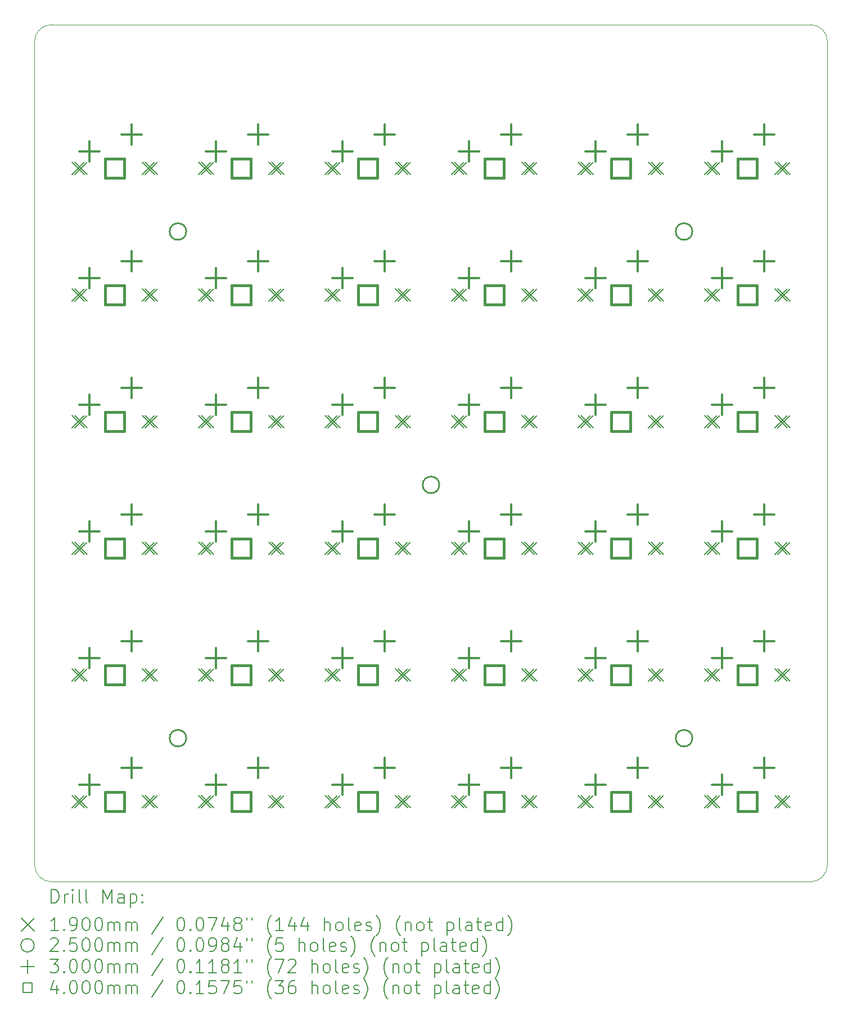
<source format=gbr>
%FSLAX45Y45*%
G04 Gerber Fmt 4.5, Leading zero omitted, Abs format (unit mm)*
G04 Created by KiCad (PCBNEW (6.0.5-0)) date 2022-06-17 10:00:41*
%MOMM*%
%LPD*%
G01*
G04 APERTURE LIST*
%TA.AperFunction,Profile*%
%ADD10C,0.120000*%
%TD*%
%ADD11C,0.200000*%
%ADD12C,0.190000*%
%ADD13C,0.250000*%
%ADD14C,0.300000*%
%ADD15C,0.400000*%
G04 APERTURE END LIST*
D10*
X-10477500Y2159000D02*
G75*
G03*
X-10731500Y1905000I0J-254000D01*
G01*
X952500Y-10731500D02*
G75*
G03*
X1206500Y-10477500I0J254000D01*
G01*
X1206500Y1905000D02*
G75*
G03*
X952500Y2159000I-254000J0D01*
G01*
X952500Y2159000D02*
X-10477500Y2159000D01*
X-10731500Y1905000D02*
X-10731500Y-10477500D01*
X1206500Y1905000D02*
X1206500Y-10477500D01*
X-10477500Y-10731500D02*
X952500Y-10731500D01*
X-10731500Y-10477500D02*
G75*
G03*
X-10477500Y-10731500I254000J0D01*
G01*
D11*
D12*
X-10170000Y95000D02*
X-9980000Y-95000D01*
X-9980000Y95000D02*
X-10170000Y-95000D01*
X-10170000Y-1810000D02*
X-9980000Y-2000000D01*
X-9980000Y-1810000D02*
X-10170000Y-2000000D01*
X-10170000Y-3715000D02*
X-9980000Y-3905000D01*
X-9980000Y-3715000D02*
X-10170000Y-3905000D01*
X-10170000Y-5620000D02*
X-9980000Y-5810000D01*
X-9980000Y-5620000D02*
X-10170000Y-5810000D01*
X-10170000Y-7525000D02*
X-9980000Y-7715000D01*
X-9980000Y-7525000D02*
X-10170000Y-7715000D01*
X-10170000Y-9430000D02*
X-9980000Y-9620000D01*
X-9980000Y-9430000D02*
X-10170000Y-9620000D01*
X-10128000Y95000D02*
X-9938000Y-95000D01*
X-9938000Y95000D02*
X-10128000Y-95000D01*
X-10128000Y-1810000D02*
X-9938000Y-2000000D01*
X-9938000Y-1810000D02*
X-10128000Y-2000000D01*
X-10128000Y-3715000D02*
X-9938000Y-3905000D01*
X-9938000Y-3715000D02*
X-10128000Y-3905000D01*
X-10128000Y-5620000D02*
X-9938000Y-5810000D01*
X-9938000Y-5620000D02*
X-10128000Y-5810000D01*
X-10128000Y-7525000D02*
X-9938000Y-7715000D01*
X-9938000Y-7525000D02*
X-10128000Y-7715000D01*
X-10128000Y-9430000D02*
X-9938000Y-9620000D01*
X-9938000Y-9430000D02*
X-10128000Y-9620000D01*
X-9112000Y95000D02*
X-8922000Y-95000D01*
X-8922000Y95000D02*
X-9112000Y-95000D01*
X-9112000Y-1810000D02*
X-8922000Y-2000000D01*
X-8922000Y-1810000D02*
X-9112000Y-2000000D01*
X-9112000Y-3715000D02*
X-8922000Y-3905000D01*
X-8922000Y-3715000D02*
X-9112000Y-3905000D01*
X-9112000Y-5620000D02*
X-8922000Y-5810000D01*
X-8922000Y-5620000D02*
X-9112000Y-5810000D01*
X-9112000Y-7525000D02*
X-8922000Y-7715000D01*
X-8922000Y-7525000D02*
X-9112000Y-7715000D01*
X-9112000Y-9430000D02*
X-8922000Y-9620000D01*
X-8922000Y-9430000D02*
X-9112000Y-9620000D01*
X-9070000Y95000D02*
X-8880000Y-95000D01*
X-8880000Y95000D02*
X-9070000Y-95000D01*
X-9070000Y-1810000D02*
X-8880000Y-2000000D01*
X-8880000Y-1810000D02*
X-9070000Y-2000000D01*
X-9070000Y-3715000D02*
X-8880000Y-3905000D01*
X-8880000Y-3715000D02*
X-9070000Y-3905000D01*
X-9070000Y-5620000D02*
X-8880000Y-5810000D01*
X-8880000Y-5620000D02*
X-9070000Y-5810000D01*
X-9070000Y-7525000D02*
X-8880000Y-7715000D01*
X-8880000Y-7525000D02*
X-9070000Y-7715000D01*
X-9070000Y-9430000D02*
X-8880000Y-9620000D01*
X-8880000Y-9430000D02*
X-9070000Y-9620000D01*
X-8265000Y95000D02*
X-8075000Y-95000D01*
X-8075000Y95000D02*
X-8265000Y-95000D01*
X-8265000Y-1810000D02*
X-8075000Y-2000000D01*
X-8075000Y-1810000D02*
X-8265000Y-2000000D01*
X-8265000Y-3715000D02*
X-8075000Y-3905000D01*
X-8075000Y-3715000D02*
X-8265000Y-3905000D01*
X-8265000Y-5620000D02*
X-8075000Y-5810000D01*
X-8075000Y-5620000D02*
X-8265000Y-5810000D01*
X-8265000Y-7525000D02*
X-8075000Y-7715000D01*
X-8075000Y-7525000D02*
X-8265000Y-7715000D01*
X-8265000Y-9430000D02*
X-8075000Y-9620000D01*
X-8075000Y-9430000D02*
X-8265000Y-9620000D01*
X-8223000Y95000D02*
X-8033000Y-95000D01*
X-8033000Y95000D02*
X-8223000Y-95000D01*
X-8223000Y-1810000D02*
X-8033000Y-2000000D01*
X-8033000Y-1810000D02*
X-8223000Y-2000000D01*
X-8223000Y-3715000D02*
X-8033000Y-3905000D01*
X-8033000Y-3715000D02*
X-8223000Y-3905000D01*
X-8223000Y-5620000D02*
X-8033000Y-5810000D01*
X-8033000Y-5620000D02*
X-8223000Y-5810000D01*
X-8223000Y-7525000D02*
X-8033000Y-7715000D01*
X-8033000Y-7525000D02*
X-8223000Y-7715000D01*
X-8223000Y-9430000D02*
X-8033000Y-9620000D01*
X-8033000Y-9430000D02*
X-8223000Y-9620000D01*
X-7207000Y95000D02*
X-7017000Y-95000D01*
X-7017000Y95000D02*
X-7207000Y-95000D01*
X-7207000Y-1810000D02*
X-7017000Y-2000000D01*
X-7017000Y-1810000D02*
X-7207000Y-2000000D01*
X-7207000Y-3715000D02*
X-7017000Y-3905000D01*
X-7017000Y-3715000D02*
X-7207000Y-3905000D01*
X-7207000Y-5620000D02*
X-7017000Y-5810000D01*
X-7017000Y-5620000D02*
X-7207000Y-5810000D01*
X-7207000Y-7525000D02*
X-7017000Y-7715000D01*
X-7017000Y-7525000D02*
X-7207000Y-7715000D01*
X-7207000Y-9430000D02*
X-7017000Y-9620000D01*
X-7017000Y-9430000D02*
X-7207000Y-9620000D01*
X-7165000Y95000D02*
X-6975000Y-95000D01*
X-6975000Y95000D02*
X-7165000Y-95000D01*
X-7165000Y-1810000D02*
X-6975000Y-2000000D01*
X-6975000Y-1810000D02*
X-7165000Y-2000000D01*
X-7165000Y-3715000D02*
X-6975000Y-3905000D01*
X-6975000Y-3715000D02*
X-7165000Y-3905000D01*
X-7165000Y-5620000D02*
X-6975000Y-5810000D01*
X-6975000Y-5620000D02*
X-7165000Y-5810000D01*
X-7165000Y-7525000D02*
X-6975000Y-7715000D01*
X-6975000Y-7525000D02*
X-7165000Y-7715000D01*
X-7165000Y-9430000D02*
X-6975000Y-9620000D01*
X-6975000Y-9430000D02*
X-7165000Y-9620000D01*
X-6360000Y95000D02*
X-6170000Y-95000D01*
X-6170000Y95000D02*
X-6360000Y-95000D01*
X-6360000Y-1810000D02*
X-6170000Y-2000000D01*
X-6170000Y-1810000D02*
X-6360000Y-2000000D01*
X-6360000Y-3715000D02*
X-6170000Y-3905000D01*
X-6170000Y-3715000D02*
X-6360000Y-3905000D01*
X-6360000Y-5620000D02*
X-6170000Y-5810000D01*
X-6170000Y-5620000D02*
X-6360000Y-5810000D01*
X-6360000Y-7525000D02*
X-6170000Y-7715000D01*
X-6170000Y-7525000D02*
X-6360000Y-7715000D01*
X-6360000Y-9430000D02*
X-6170000Y-9620000D01*
X-6170000Y-9430000D02*
X-6360000Y-9620000D01*
X-6318000Y95000D02*
X-6128000Y-95000D01*
X-6128000Y95000D02*
X-6318000Y-95000D01*
X-6318000Y-1810000D02*
X-6128000Y-2000000D01*
X-6128000Y-1810000D02*
X-6318000Y-2000000D01*
X-6318000Y-3715000D02*
X-6128000Y-3905000D01*
X-6128000Y-3715000D02*
X-6318000Y-3905000D01*
X-6318000Y-5620000D02*
X-6128000Y-5810000D01*
X-6128000Y-5620000D02*
X-6318000Y-5810000D01*
X-6318000Y-7525000D02*
X-6128000Y-7715000D01*
X-6128000Y-7525000D02*
X-6318000Y-7715000D01*
X-6318000Y-9430000D02*
X-6128000Y-9620000D01*
X-6128000Y-9430000D02*
X-6318000Y-9620000D01*
X-5302000Y95000D02*
X-5112000Y-95000D01*
X-5112000Y95000D02*
X-5302000Y-95000D01*
X-5302000Y-1810000D02*
X-5112000Y-2000000D01*
X-5112000Y-1810000D02*
X-5302000Y-2000000D01*
X-5302000Y-3715000D02*
X-5112000Y-3905000D01*
X-5112000Y-3715000D02*
X-5302000Y-3905000D01*
X-5302000Y-5620000D02*
X-5112000Y-5810000D01*
X-5112000Y-5620000D02*
X-5302000Y-5810000D01*
X-5302000Y-7525000D02*
X-5112000Y-7715000D01*
X-5112000Y-7525000D02*
X-5302000Y-7715000D01*
X-5302000Y-9430000D02*
X-5112000Y-9620000D01*
X-5112000Y-9430000D02*
X-5302000Y-9620000D01*
X-5260000Y95000D02*
X-5070000Y-95000D01*
X-5070000Y95000D02*
X-5260000Y-95000D01*
X-5260000Y-1810000D02*
X-5070000Y-2000000D01*
X-5070000Y-1810000D02*
X-5260000Y-2000000D01*
X-5260000Y-3715000D02*
X-5070000Y-3905000D01*
X-5070000Y-3715000D02*
X-5260000Y-3905000D01*
X-5260000Y-5620000D02*
X-5070000Y-5810000D01*
X-5070000Y-5620000D02*
X-5260000Y-5810000D01*
X-5260000Y-7525000D02*
X-5070000Y-7715000D01*
X-5070000Y-7525000D02*
X-5260000Y-7715000D01*
X-5260000Y-9430000D02*
X-5070000Y-9620000D01*
X-5070000Y-9430000D02*
X-5260000Y-9620000D01*
X-4455000Y95000D02*
X-4265000Y-95000D01*
X-4265000Y95000D02*
X-4455000Y-95000D01*
X-4455000Y-1810000D02*
X-4265000Y-2000000D01*
X-4265000Y-1810000D02*
X-4455000Y-2000000D01*
X-4455000Y-3715000D02*
X-4265000Y-3905000D01*
X-4265000Y-3715000D02*
X-4455000Y-3905000D01*
X-4455000Y-5620000D02*
X-4265000Y-5810000D01*
X-4265000Y-5620000D02*
X-4455000Y-5810000D01*
X-4455000Y-7525000D02*
X-4265000Y-7715000D01*
X-4265000Y-7525000D02*
X-4455000Y-7715000D01*
X-4455000Y-9430000D02*
X-4265000Y-9620000D01*
X-4265000Y-9430000D02*
X-4455000Y-9620000D01*
X-4413000Y95000D02*
X-4223000Y-95000D01*
X-4223000Y95000D02*
X-4413000Y-95000D01*
X-4413000Y-1810000D02*
X-4223000Y-2000000D01*
X-4223000Y-1810000D02*
X-4413000Y-2000000D01*
X-4413000Y-3715000D02*
X-4223000Y-3905000D01*
X-4223000Y-3715000D02*
X-4413000Y-3905000D01*
X-4413000Y-5620000D02*
X-4223000Y-5810000D01*
X-4223000Y-5620000D02*
X-4413000Y-5810000D01*
X-4413000Y-7525000D02*
X-4223000Y-7715000D01*
X-4223000Y-7525000D02*
X-4413000Y-7715000D01*
X-4413000Y-9430000D02*
X-4223000Y-9620000D01*
X-4223000Y-9430000D02*
X-4413000Y-9620000D01*
X-3397000Y95000D02*
X-3207000Y-95000D01*
X-3207000Y95000D02*
X-3397000Y-95000D01*
X-3397000Y-1810000D02*
X-3207000Y-2000000D01*
X-3207000Y-1810000D02*
X-3397000Y-2000000D01*
X-3397000Y-3715000D02*
X-3207000Y-3905000D01*
X-3207000Y-3715000D02*
X-3397000Y-3905000D01*
X-3397000Y-5620000D02*
X-3207000Y-5810000D01*
X-3207000Y-5620000D02*
X-3397000Y-5810000D01*
X-3397000Y-7525000D02*
X-3207000Y-7715000D01*
X-3207000Y-7525000D02*
X-3397000Y-7715000D01*
X-3397000Y-9430000D02*
X-3207000Y-9620000D01*
X-3207000Y-9430000D02*
X-3397000Y-9620000D01*
X-3355000Y95000D02*
X-3165000Y-95000D01*
X-3165000Y95000D02*
X-3355000Y-95000D01*
X-3355000Y-1810000D02*
X-3165000Y-2000000D01*
X-3165000Y-1810000D02*
X-3355000Y-2000000D01*
X-3355000Y-3715000D02*
X-3165000Y-3905000D01*
X-3165000Y-3715000D02*
X-3355000Y-3905000D01*
X-3355000Y-5620000D02*
X-3165000Y-5810000D01*
X-3165000Y-5620000D02*
X-3355000Y-5810000D01*
X-3355000Y-7525000D02*
X-3165000Y-7715000D01*
X-3165000Y-7525000D02*
X-3355000Y-7715000D01*
X-3355000Y-9430000D02*
X-3165000Y-9620000D01*
X-3165000Y-9430000D02*
X-3355000Y-9620000D01*
X-2550000Y95000D02*
X-2360000Y-95000D01*
X-2360000Y95000D02*
X-2550000Y-95000D01*
X-2550000Y-1810000D02*
X-2360000Y-2000000D01*
X-2360000Y-1810000D02*
X-2550000Y-2000000D01*
X-2550000Y-3715000D02*
X-2360000Y-3905000D01*
X-2360000Y-3715000D02*
X-2550000Y-3905000D01*
X-2550000Y-5620000D02*
X-2360000Y-5810000D01*
X-2360000Y-5620000D02*
X-2550000Y-5810000D01*
X-2550000Y-7525000D02*
X-2360000Y-7715000D01*
X-2360000Y-7525000D02*
X-2550000Y-7715000D01*
X-2550000Y-9430000D02*
X-2360000Y-9620000D01*
X-2360000Y-9430000D02*
X-2550000Y-9620000D01*
X-2508000Y95000D02*
X-2318000Y-95000D01*
X-2318000Y95000D02*
X-2508000Y-95000D01*
X-2508000Y-1810000D02*
X-2318000Y-2000000D01*
X-2318000Y-1810000D02*
X-2508000Y-2000000D01*
X-2508000Y-3715000D02*
X-2318000Y-3905000D01*
X-2318000Y-3715000D02*
X-2508000Y-3905000D01*
X-2508000Y-5620000D02*
X-2318000Y-5810000D01*
X-2318000Y-5620000D02*
X-2508000Y-5810000D01*
X-2508000Y-7525000D02*
X-2318000Y-7715000D01*
X-2318000Y-7525000D02*
X-2508000Y-7715000D01*
X-2508000Y-9430000D02*
X-2318000Y-9620000D01*
X-2318000Y-9430000D02*
X-2508000Y-9620000D01*
X-1492000Y95000D02*
X-1302000Y-95000D01*
X-1302000Y95000D02*
X-1492000Y-95000D01*
X-1492000Y-1810000D02*
X-1302000Y-2000000D01*
X-1302000Y-1810000D02*
X-1492000Y-2000000D01*
X-1492000Y-3715000D02*
X-1302000Y-3905000D01*
X-1302000Y-3715000D02*
X-1492000Y-3905000D01*
X-1492000Y-5620000D02*
X-1302000Y-5810000D01*
X-1302000Y-5620000D02*
X-1492000Y-5810000D01*
X-1492000Y-7525000D02*
X-1302000Y-7715000D01*
X-1302000Y-7525000D02*
X-1492000Y-7715000D01*
X-1492000Y-9430000D02*
X-1302000Y-9620000D01*
X-1302000Y-9430000D02*
X-1492000Y-9620000D01*
X-1450000Y95000D02*
X-1260000Y-95000D01*
X-1260000Y95000D02*
X-1450000Y-95000D01*
X-1450000Y-1810000D02*
X-1260000Y-2000000D01*
X-1260000Y-1810000D02*
X-1450000Y-2000000D01*
X-1450000Y-3715000D02*
X-1260000Y-3905000D01*
X-1260000Y-3715000D02*
X-1450000Y-3905000D01*
X-1450000Y-5620000D02*
X-1260000Y-5810000D01*
X-1260000Y-5620000D02*
X-1450000Y-5810000D01*
X-1450000Y-7525000D02*
X-1260000Y-7715000D01*
X-1260000Y-7525000D02*
X-1450000Y-7715000D01*
X-1450000Y-9430000D02*
X-1260000Y-9620000D01*
X-1260000Y-9430000D02*
X-1450000Y-9620000D01*
X-645000Y95000D02*
X-455000Y-95000D01*
X-455000Y95000D02*
X-645000Y-95000D01*
X-645000Y-1810000D02*
X-455000Y-2000000D01*
X-455000Y-1810000D02*
X-645000Y-2000000D01*
X-645000Y-3715000D02*
X-455000Y-3905000D01*
X-455000Y-3715000D02*
X-645000Y-3905000D01*
X-645000Y-5620000D02*
X-455000Y-5810000D01*
X-455000Y-5620000D02*
X-645000Y-5810000D01*
X-645000Y-7525000D02*
X-455000Y-7715000D01*
X-455000Y-7525000D02*
X-645000Y-7715000D01*
X-645000Y-9430000D02*
X-455000Y-9620000D01*
X-455000Y-9430000D02*
X-645000Y-9620000D01*
X-603000Y95000D02*
X-413000Y-95000D01*
X-413000Y95000D02*
X-603000Y-95000D01*
X-603000Y-1810000D02*
X-413000Y-2000000D01*
X-413000Y-1810000D02*
X-603000Y-2000000D01*
X-603000Y-3715000D02*
X-413000Y-3905000D01*
X-413000Y-3715000D02*
X-603000Y-3905000D01*
X-603000Y-5620000D02*
X-413000Y-5810000D01*
X-413000Y-5620000D02*
X-603000Y-5810000D01*
X-603000Y-7525000D02*
X-413000Y-7715000D01*
X-413000Y-7525000D02*
X-603000Y-7715000D01*
X-603000Y-9430000D02*
X-413000Y-9620000D01*
X-413000Y-9430000D02*
X-603000Y-9620000D01*
X413000Y95000D02*
X603000Y-95000D01*
X603000Y95000D02*
X413000Y-95000D01*
X413000Y-1810000D02*
X603000Y-2000000D01*
X603000Y-1810000D02*
X413000Y-2000000D01*
X413000Y-3715000D02*
X603000Y-3905000D01*
X603000Y-3715000D02*
X413000Y-3905000D01*
X413000Y-5620000D02*
X603000Y-5810000D01*
X603000Y-5620000D02*
X413000Y-5810000D01*
X413000Y-7525000D02*
X603000Y-7715000D01*
X603000Y-7525000D02*
X413000Y-7715000D01*
X413000Y-9430000D02*
X603000Y-9620000D01*
X603000Y-9430000D02*
X413000Y-9620000D01*
X455000Y95000D02*
X645000Y-95000D01*
X645000Y95000D02*
X455000Y-95000D01*
X455000Y-1810000D02*
X645000Y-2000000D01*
X645000Y-1810000D02*
X455000Y-2000000D01*
X455000Y-3715000D02*
X645000Y-3905000D01*
X645000Y-3715000D02*
X455000Y-3905000D01*
X455000Y-5620000D02*
X645000Y-5810000D01*
X645000Y-5620000D02*
X455000Y-5810000D01*
X455000Y-7525000D02*
X645000Y-7715000D01*
X645000Y-7525000D02*
X455000Y-7715000D01*
X455000Y-9430000D02*
X645000Y-9620000D01*
X645000Y-9430000D02*
X455000Y-9620000D01*
D13*
X-8447500Y-952500D02*
G75*
G03*
X-8447500Y-952500I-125000J0D01*
G01*
X-8447500Y-8572500D02*
G75*
G03*
X-8447500Y-8572500I-125000J0D01*
G01*
X-4637500Y-4762500D02*
G75*
G03*
X-4637500Y-4762500I-125000J0D01*
G01*
X-827500Y-952500D02*
G75*
G03*
X-827500Y-952500I-125000J0D01*
G01*
X-827500Y-8572500D02*
G75*
G03*
X-827500Y-8572500I-125000J0D01*
G01*
D14*
X-9906000Y404000D02*
X-9906000Y104000D01*
X-10056000Y254000D02*
X-9756000Y254000D01*
X-9906000Y-1501000D02*
X-9906000Y-1801000D01*
X-10056000Y-1651000D02*
X-9756000Y-1651000D01*
X-9906000Y-3406000D02*
X-9906000Y-3706000D01*
X-10056000Y-3556000D02*
X-9756000Y-3556000D01*
X-9906000Y-5311000D02*
X-9906000Y-5611000D01*
X-10056000Y-5461000D02*
X-9756000Y-5461000D01*
X-9906000Y-7216000D02*
X-9906000Y-7516000D01*
X-10056000Y-7366000D02*
X-9756000Y-7366000D01*
X-9906000Y-9121000D02*
X-9906000Y-9421000D01*
X-10056000Y-9271000D02*
X-9756000Y-9271000D01*
X-9271000Y658000D02*
X-9271000Y358000D01*
X-9421000Y508000D02*
X-9121000Y508000D01*
X-9271000Y-1247000D02*
X-9271000Y-1547000D01*
X-9421000Y-1397000D02*
X-9121000Y-1397000D01*
X-9271000Y-3152000D02*
X-9271000Y-3452000D01*
X-9421000Y-3302000D02*
X-9121000Y-3302000D01*
X-9271000Y-5057000D02*
X-9271000Y-5357000D01*
X-9421000Y-5207000D02*
X-9121000Y-5207000D01*
X-9271000Y-6962000D02*
X-9271000Y-7262000D01*
X-9421000Y-7112000D02*
X-9121000Y-7112000D01*
X-9271000Y-8867000D02*
X-9271000Y-9167000D01*
X-9421000Y-9017000D02*
X-9121000Y-9017000D01*
X-8001000Y404000D02*
X-8001000Y104000D01*
X-8151000Y254000D02*
X-7851000Y254000D01*
X-8001000Y-1501000D02*
X-8001000Y-1801000D01*
X-8151000Y-1651000D02*
X-7851000Y-1651000D01*
X-8001000Y-3406000D02*
X-8001000Y-3706000D01*
X-8151000Y-3556000D02*
X-7851000Y-3556000D01*
X-8001000Y-5311000D02*
X-8001000Y-5611000D01*
X-8151000Y-5461000D02*
X-7851000Y-5461000D01*
X-8001000Y-7216000D02*
X-8001000Y-7516000D01*
X-8151000Y-7366000D02*
X-7851000Y-7366000D01*
X-8001000Y-9121000D02*
X-8001000Y-9421000D01*
X-8151000Y-9271000D02*
X-7851000Y-9271000D01*
X-7366000Y658000D02*
X-7366000Y358000D01*
X-7516000Y508000D02*
X-7216000Y508000D01*
X-7366000Y-1247000D02*
X-7366000Y-1547000D01*
X-7516000Y-1397000D02*
X-7216000Y-1397000D01*
X-7366000Y-3152000D02*
X-7366000Y-3452000D01*
X-7516000Y-3302000D02*
X-7216000Y-3302000D01*
X-7366000Y-5057000D02*
X-7366000Y-5357000D01*
X-7516000Y-5207000D02*
X-7216000Y-5207000D01*
X-7366000Y-6962000D02*
X-7366000Y-7262000D01*
X-7516000Y-7112000D02*
X-7216000Y-7112000D01*
X-7366000Y-8867000D02*
X-7366000Y-9167000D01*
X-7516000Y-9017000D02*
X-7216000Y-9017000D01*
X-6096000Y404000D02*
X-6096000Y104000D01*
X-6246000Y254000D02*
X-5946000Y254000D01*
X-6096000Y-1501000D02*
X-6096000Y-1801000D01*
X-6246000Y-1651000D02*
X-5946000Y-1651000D01*
X-6096000Y-3406000D02*
X-6096000Y-3706000D01*
X-6246000Y-3556000D02*
X-5946000Y-3556000D01*
X-6096000Y-5311000D02*
X-6096000Y-5611000D01*
X-6246000Y-5461000D02*
X-5946000Y-5461000D01*
X-6096000Y-7216000D02*
X-6096000Y-7516000D01*
X-6246000Y-7366000D02*
X-5946000Y-7366000D01*
X-6096000Y-9121000D02*
X-6096000Y-9421000D01*
X-6246000Y-9271000D02*
X-5946000Y-9271000D01*
X-5461000Y658000D02*
X-5461000Y358000D01*
X-5611000Y508000D02*
X-5311000Y508000D01*
X-5461000Y-1247000D02*
X-5461000Y-1547000D01*
X-5611000Y-1397000D02*
X-5311000Y-1397000D01*
X-5461000Y-3152000D02*
X-5461000Y-3452000D01*
X-5611000Y-3302000D02*
X-5311000Y-3302000D01*
X-5461000Y-5057000D02*
X-5461000Y-5357000D01*
X-5611000Y-5207000D02*
X-5311000Y-5207000D01*
X-5461000Y-6962000D02*
X-5461000Y-7262000D01*
X-5611000Y-7112000D02*
X-5311000Y-7112000D01*
X-5461000Y-8867000D02*
X-5461000Y-9167000D01*
X-5611000Y-9017000D02*
X-5311000Y-9017000D01*
X-4191000Y404000D02*
X-4191000Y104000D01*
X-4341000Y254000D02*
X-4041000Y254000D01*
X-4191000Y-1501000D02*
X-4191000Y-1801000D01*
X-4341000Y-1651000D02*
X-4041000Y-1651000D01*
X-4191000Y-3406000D02*
X-4191000Y-3706000D01*
X-4341000Y-3556000D02*
X-4041000Y-3556000D01*
X-4191000Y-5311000D02*
X-4191000Y-5611000D01*
X-4341000Y-5461000D02*
X-4041000Y-5461000D01*
X-4191000Y-7216000D02*
X-4191000Y-7516000D01*
X-4341000Y-7366000D02*
X-4041000Y-7366000D01*
X-4191000Y-9121000D02*
X-4191000Y-9421000D01*
X-4341000Y-9271000D02*
X-4041000Y-9271000D01*
X-3556000Y658000D02*
X-3556000Y358000D01*
X-3706000Y508000D02*
X-3406000Y508000D01*
X-3556000Y-1247000D02*
X-3556000Y-1547000D01*
X-3706000Y-1397000D02*
X-3406000Y-1397000D01*
X-3556000Y-3152000D02*
X-3556000Y-3452000D01*
X-3706000Y-3302000D02*
X-3406000Y-3302000D01*
X-3556000Y-5057000D02*
X-3556000Y-5357000D01*
X-3706000Y-5207000D02*
X-3406000Y-5207000D01*
X-3556000Y-6962000D02*
X-3556000Y-7262000D01*
X-3706000Y-7112000D02*
X-3406000Y-7112000D01*
X-3556000Y-8867000D02*
X-3556000Y-9167000D01*
X-3706000Y-9017000D02*
X-3406000Y-9017000D01*
X-2286000Y404000D02*
X-2286000Y104000D01*
X-2436000Y254000D02*
X-2136000Y254000D01*
X-2286000Y-1501000D02*
X-2286000Y-1801000D01*
X-2436000Y-1651000D02*
X-2136000Y-1651000D01*
X-2286000Y-3406000D02*
X-2286000Y-3706000D01*
X-2436000Y-3556000D02*
X-2136000Y-3556000D01*
X-2286000Y-5311000D02*
X-2286000Y-5611000D01*
X-2436000Y-5461000D02*
X-2136000Y-5461000D01*
X-2286000Y-7216000D02*
X-2286000Y-7516000D01*
X-2436000Y-7366000D02*
X-2136000Y-7366000D01*
X-2286000Y-9121000D02*
X-2286000Y-9421000D01*
X-2436000Y-9271000D02*
X-2136000Y-9271000D01*
X-1651000Y658000D02*
X-1651000Y358000D01*
X-1801000Y508000D02*
X-1501000Y508000D01*
X-1651000Y-1247000D02*
X-1651000Y-1547000D01*
X-1801000Y-1397000D02*
X-1501000Y-1397000D01*
X-1651000Y-3152000D02*
X-1651000Y-3452000D01*
X-1801000Y-3302000D02*
X-1501000Y-3302000D01*
X-1651000Y-5057000D02*
X-1651000Y-5357000D01*
X-1801000Y-5207000D02*
X-1501000Y-5207000D01*
X-1651000Y-6962000D02*
X-1651000Y-7262000D01*
X-1801000Y-7112000D02*
X-1501000Y-7112000D01*
X-1651000Y-8867000D02*
X-1651000Y-9167000D01*
X-1801000Y-9017000D02*
X-1501000Y-9017000D01*
X-381000Y404000D02*
X-381000Y104000D01*
X-531000Y254000D02*
X-231000Y254000D01*
X-381000Y-1501000D02*
X-381000Y-1801000D01*
X-531000Y-1651000D02*
X-231000Y-1651000D01*
X-381000Y-3406000D02*
X-381000Y-3706000D01*
X-531000Y-3556000D02*
X-231000Y-3556000D01*
X-381000Y-5311000D02*
X-381000Y-5611000D01*
X-531000Y-5461000D02*
X-231000Y-5461000D01*
X-381000Y-7216000D02*
X-381000Y-7516000D01*
X-531000Y-7366000D02*
X-231000Y-7366000D01*
X-381000Y-9121000D02*
X-381000Y-9421000D01*
X-531000Y-9271000D02*
X-231000Y-9271000D01*
X254000Y658000D02*
X254000Y358000D01*
X104000Y508000D02*
X404000Y508000D01*
X254000Y-1247000D02*
X254000Y-1547000D01*
X104000Y-1397000D02*
X404000Y-1397000D01*
X254000Y-3152000D02*
X254000Y-3452000D01*
X104000Y-3302000D02*
X404000Y-3302000D01*
X254000Y-5057000D02*
X254000Y-5357000D01*
X104000Y-5207000D02*
X404000Y-5207000D01*
X254000Y-6962000D02*
X254000Y-7262000D01*
X104000Y-7112000D02*
X404000Y-7112000D01*
X254000Y-8867000D02*
X254000Y-9167000D01*
X104000Y-9017000D02*
X404000Y-9017000D01*
D15*
X-9383577Y-141423D02*
X-9383577Y141423D01*
X-9666423Y141423D01*
X-9666423Y-141423D01*
X-9383577Y-141423D01*
X-9383577Y-2046423D02*
X-9383577Y-1763577D01*
X-9666423Y-1763577D01*
X-9666423Y-2046423D01*
X-9383577Y-2046423D01*
X-9383577Y-3951423D02*
X-9383577Y-3668577D01*
X-9666423Y-3668577D01*
X-9666423Y-3951423D01*
X-9383577Y-3951423D01*
X-9383577Y-5856423D02*
X-9383577Y-5573577D01*
X-9666423Y-5573577D01*
X-9666423Y-5856423D01*
X-9383577Y-5856423D01*
X-9383577Y-7761423D02*
X-9383577Y-7478577D01*
X-9666423Y-7478577D01*
X-9666423Y-7761423D01*
X-9383577Y-7761423D01*
X-9383577Y-9666423D02*
X-9383577Y-9383577D01*
X-9666423Y-9383577D01*
X-9666423Y-9666423D01*
X-9383577Y-9666423D01*
X-7478577Y-141423D02*
X-7478577Y141423D01*
X-7761423Y141423D01*
X-7761423Y-141423D01*
X-7478577Y-141423D01*
X-7478577Y-2046423D02*
X-7478577Y-1763577D01*
X-7761423Y-1763577D01*
X-7761423Y-2046423D01*
X-7478577Y-2046423D01*
X-7478577Y-3951423D02*
X-7478577Y-3668577D01*
X-7761423Y-3668577D01*
X-7761423Y-3951423D01*
X-7478577Y-3951423D01*
X-7478577Y-5856423D02*
X-7478577Y-5573577D01*
X-7761423Y-5573577D01*
X-7761423Y-5856423D01*
X-7478577Y-5856423D01*
X-7478577Y-7761423D02*
X-7478577Y-7478577D01*
X-7761423Y-7478577D01*
X-7761423Y-7761423D01*
X-7478577Y-7761423D01*
X-7478577Y-9666423D02*
X-7478577Y-9383577D01*
X-7761423Y-9383577D01*
X-7761423Y-9666423D01*
X-7478577Y-9666423D01*
X-5573577Y-141423D02*
X-5573577Y141423D01*
X-5856423Y141423D01*
X-5856423Y-141423D01*
X-5573577Y-141423D01*
X-5573577Y-2046423D02*
X-5573577Y-1763577D01*
X-5856423Y-1763577D01*
X-5856423Y-2046423D01*
X-5573577Y-2046423D01*
X-5573577Y-3951423D02*
X-5573577Y-3668577D01*
X-5856423Y-3668577D01*
X-5856423Y-3951423D01*
X-5573577Y-3951423D01*
X-5573577Y-5856423D02*
X-5573577Y-5573577D01*
X-5856423Y-5573577D01*
X-5856423Y-5856423D01*
X-5573577Y-5856423D01*
X-5573577Y-7761423D02*
X-5573577Y-7478577D01*
X-5856423Y-7478577D01*
X-5856423Y-7761423D01*
X-5573577Y-7761423D01*
X-5573577Y-9666423D02*
X-5573577Y-9383577D01*
X-5856423Y-9383577D01*
X-5856423Y-9666423D01*
X-5573577Y-9666423D01*
X-3668577Y-141423D02*
X-3668577Y141423D01*
X-3951423Y141423D01*
X-3951423Y-141423D01*
X-3668577Y-141423D01*
X-3668577Y-2046423D02*
X-3668577Y-1763577D01*
X-3951423Y-1763577D01*
X-3951423Y-2046423D01*
X-3668577Y-2046423D01*
X-3668577Y-3951423D02*
X-3668577Y-3668577D01*
X-3951423Y-3668577D01*
X-3951423Y-3951423D01*
X-3668577Y-3951423D01*
X-3668577Y-5856423D02*
X-3668577Y-5573577D01*
X-3951423Y-5573577D01*
X-3951423Y-5856423D01*
X-3668577Y-5856423D01*
X-3668577Y-7761423D02*
X-3668577Y-7478577D01*
X-3951423Y-7478577D01*
X-3951423Y-7761423D01*
X-3668577Y-7761423D01*
X-3668577Y-9666423D02*
X-3668577Y-9383577D01*
X-3951423Y-9383577D01*
X-3951423Y-9666423D01*
X-3668577Y-9666423D01*
X-1763577Y-141423D02*
X-1763577Y141423D01*
X-2046423Y141423D01*
X-2046423Y-141423D01*
X-1763577Y-141423D01*
X-1763577Y-2046423D02*
X-1763577Y-1763577D01*
X-2046423Y-1763577D01*
X-2046423Y-2046423D01*
X-1763577Y-2046423D01*
X-1763577Y-3951423D02*
X-1763577Y-3668577D01*
X-2046423Y-3668577D01*
X-2046423Y-3951423D01*
X-1763577Y-3951423D01*
X-1763577Y-5856423D02*
X-1763577Y-5573577D01*
X-2046423Y-5573577D01*
X-2046423Y-5856423D01*
X-1763577Y-5856423D01*
X-1763577Y-7761423D02*
X-1763577Y-7478577D01*
X-2046423Y-7478577D01*
X-2046423Y-7761423D01*
X-1763577Y-7761423D01*
X-1763577Y-9666423D02*
X-1763577Y-9383577D01*
X-2046423Y-9383577D01*
X-2046423Y-9666423D01*
X-1763577Y-9666423D01*
X141423Y-141423D02*
X141423Y141423D01*
X-141423Y141423D01*
X-141423Y-141423D01*
X141423Y-141423D01*
X141423Y-2046423D02*
X141423Y-1763577D01*
X-141423Y-1763577D01*
X-141423Y-2046423D01*
X141423Y-2046423D01*
X141423Y-3951423D02*
X141423Y-3668577D01*
X-141423Y-3668577D01*
X-141423Y-3951423D01*
X141423Y-3951423D01*
X141423Y-5856423D02*
X141423Y-5573577D01*
X-141423Y-5573577D01*
X-141423Y-5856423D01*
X141423Y-5856423D01*
X141423Y-7761423D02*
X141423Y-7478577D01*
X-141423Y-7478577D01*
X-141423Y-7761423D01*
X141423Y-7761423D01*
X141423Y-9666423D02*
X141423Y-9383577D01*
X-141423Y-9383577D01*
X-141423Y-9666423D01*
X141423Y-9666423D01*
D11*
X-10479881Y-11047976D02*
X-10479881Y-10847976D01*
X-10432262Y-10847976D01*
X-10403691Y-10857500D01*
X-10384643Y-10876548D01*
X-10375119Y-10895595D01*
X-10365595Y-10933690D01*
X-10365595Y-10962262D01*
X-10375119Y-11000357D01*
X-10384643Y-11019405D01*
X-10403691Y-11038452D01*
X-10432262Y-11047976D01*
X-10479881Y-11047976D01*
X-10279881Y-11047976D02*
X-10279881Y-10914643D01*
X-10279881Y-10952738D02*
X-10270357Y-10933690D01*
X-10260833Y-10924167D01*
X-10241786Y-10914643D01*
X-10222738Y-10914643D01*
X-10156072Y-11047976D02*
X-10156072Y-10914643D01*
X-10156072Y-10847976D02*
X-10165595Y-10857500D01*
X-10156072Y-10867024D01*
X-10146548Y-10857500D01*
X-10156072Y-10847976D01*
X-10156072Y-10867024D01*
X-10032262Y-11047976D02*
X-10051310Y-11038452D01*
X-10060833Y-11019405D01*
X-10060833Y-10847976D01*
X-9927500Y-11047976D02*
X-9946548Y-11038452D01*
X-9956072Y-11019405D01*
X-9956072Y-10847976D01*
X-9698929Y-11047976D02*
X-9698929Y-10847976D01*
X-9632262Y-10990833D01*
X-9565595Y-10847976D01*
X-9565595Y-11047976D01*
X-9384643Y-11047976D02*
X-9384643Y-10943214D01*
X-9394167Y-10924167D01*
X-9413214Y-10914643D01*
X-9451310Y-10914643D01*
X-9470357Y-10924167D01*
X-9384643Y-11038452D02*
X-9403691Y-11047976D01*
X-9451310Y-11047976D01*
X-9470357Y-11038452D01*
X-9479881Y-11019405D01*
X-9479881Y-11000357D01*
X-9470357Y-10981310D01*
X-9451310Y-10971786D01*
X-9403691Y-10971786D01*
X-9384643Y-10962262D01*
X-9289405Y-10914643D02*
X-9289405Y-11114643D01*
X-9289405Y-10924167D02*
X-9270357Y-10914643D01*
X-9232262Y-10914643D01*
X-9213214Y-10924167D01*
X-9203691Y-10933690D01*
X-9194167Y-10952738D01*
X-9194167Y-11009881D01*
X-9203691Y-11028929D01*
X-9213214Y-11038452D01*
X-9232262Y-11047976D01*
X-9270357Y-11047976D01*
X-9289405Y-11038452D01*
X-9108452Y-11028929D02*
X-9098929Y-11038452D01*
X-9108452Y-11047976D01*
X-9117976Y-11038452D01*
X-9108452Y-11028929D01*
X-9108452Y-11047976D01*
X-9108452Y-10924167D02*
X-9098929Y-10933690D01*
X-9108452Y-10943214D01*
X-9117976Y-10933690D01*
X-9108452Y-10924167D01*
X-9108452Y-10943214D01*
D12*
X-10927500Y-11282500D02*
X-10737500Y-11472500D01*
X-10737500Y-11282500D02*
X-10927500Y-11472500D01*
D11*
X-10375119Y-11467976D02*
X-10489405Y-11467976D01*
X-10432262Y-11467976D02*
X-10432262Y-11267976D01*
X-10451310Y-11296548D01*
X-10470357Y-11315595D01*
X-10489405Y-11325119D01*
X-10289405Y-11448928D02*
X-10279881Y-11458452D01*
X-10289405Y-11467976D01*
X-10298929Y-11458452D01*
X-10289405Y-11448928D01*
X-10289405Y-11467976D01*
X-10184643Y-11467976D02*
X-10146548Y-11467976D01*
X-10127500Y-11458452D01*
X-10117976Y-11448928D01*
X-10098929Y-11420357D01*
X-10089405Y-11382262D01*
X-10089405Y-11306071D01*
X-10098929Y-11287024D01*
X-10108452Y-11277500D01*
X-10127500Y-11267976D01*
X-10165595Y-11267976D01*
X-10184643Y-11277500D01*
X-10194167Y-11287024D01*
X-10203691Y-11306071D01*
X-10203691Y-11353690D01*
X-10194167Y-11372738D01*
X-10184643Y-11382262D01*
X-10165595Y-11391786D01*
X-10127500Y-11391786D01*
X-10108452Y-11382262D01*
X-10098929Y-11372738D01*
X-10089405Y-11353690D01*
X-9965595Y-11267976D02*
X-9946548Y-11267976D01*
X-9927500Y-11277500D01*
X-9917976Y-11287024D01*
X-9908452Y-11306071D01*
X-9898929Y-11344167D01*
X-9898929Y-11391786D01*
X-9908452Y-11429881D01*
X-9917976Y-11448928D01*
X-9927500Y-11458452D01*
X-9946548Y-11467976D01*
X-9965595Y-11467976D01*
X-9984643Y-11458452D01*
X-9994167Y-11448928D01*
X-10003691Y-11429881D01*
X-10013214Y-11391786D01*
X-10013214Y-11344167D01*
X-10003691Y-11306071D01*
X-9994167Y-11287024D01*
X-9984643Y-11277500D01*
X-9965595Y-11267976D01*
X-9775119Y-11267976D02*
X-9756072Y-11267976D01*
X-9737024Y-11277500D01*
X-9727500Y-11287024D01*
X-9717976Y-11306071D01*
X-9708452Y-11344167D01*
X-9708452Y-11391786D01*
X-9717976Y-11429881D01*
X-9727500Y-11448928D01*
X-9737024Y-11458452D01*
X-9756072Y-11467976D01*
X-9775119Y-11467976D01*
X-9794167Y-11458452D01*
X-9803691Y-11448928D01*
X-9813214Y-11429881D01*
X-9822738Y-11391786D01*
X-9822738Y-11344167D01*
X-9813214Y-11306071D01*
X-9803691Y-11287024D01*
X-9794167Y-11277500D01*
X-9775119Y-11267976D01*
X-9622738Y-11467976D02*
X-9622738Y-11334643D01*
X-9622738Y-11353690D02*
X-9613214Y-11344167D01*
X-9594167Y-11334643D01*
X-9565595Y-11334643D01*
X-9546548Y-11344167D01*
X-9537024Y-11363214D01*
X-9537024Y-11467976D01*
X-9537024Y-11363214D02*
X-9527500Y-11344167D01*
X-9508452Y-11334643D01*
X-9479881Y-11334643D01*
X-9460833Y-11344167D01*
X-9451310Y-11363214D01*
X-9451310Y-11467976D01*
X-9356072Y-11467976D02*
X-9356072Y-11334643D01*
X-9356072Y-11353690D02*
X-9346548Y-11344167D01*
X-9327500Y-11334643D01*
X-9298929Y-11334643D01*
X-9279881Y-11344167D01*
X-9270357Y-11363214D01*
X-9270357Y-11467976D01*
X-9270357Y-11363214D02*
X-9260833Y-11344167D01*
X-9241786Y-11334643D01*
X-9213214Y-11334643D01*
X-9194167Y-11344167D01*
X-9184643Y-11363214D01*
X-9184643Y-11467976D01*
X-8794167Y-11258452D02*
X-8965595Y-11515595D01*
X-8537024Y-11267976D02*
X-8517976Y-11267976D01*
X-8498929Y-11277500D01*
X-8489405Y-11287024D01*
X-8479881Y-11306071D01*
X-8470357Y-11344167D01*
X-8470357Y-11391786D01*
X-8479881Y-11429881D01*
X-8489405Y-11448928D01*
X-8498929Y-11458452D01*
X-8517976Y-11467976D01*
X-8537024Y-11467976D01*
X-8556072Y-11458452D01*
X-8565595Y-11448928D01*
X-8575119Y-11429881D01*
X-8584643Y-11391786D01*
X-8584643Y-11344167D01*
X-8575119Y-11306071D01*
X-8565595Y-11287024D01*
X-8556072Y-11277500D01*
X-8537024Y-11267976D01*
X-8384643Y-11448928D02*
X-8375119Y-11458452D01*
X-8384643Y-11467976D01*
X-8394167Y-11458452D01*
X-8384643Y-11448928D01*
X-8384643Y-11467976D01*
X-8251310Y-11267976D02*
X-8232262Y-11267976D01*
X-8213214Y-11277500D01*
X-8203690Y-11287024D01*
X-8194167Y-11306071D01*
X-8184643Y-11344167D01*
X-8184643Y-11391786D01*
X-8194167Y-11429881D01*
X-8203690Y-11448928D01*
X-8213214Y-11458452D01*
X-8232262Y-11467976D01*
X-8251310Y-11467976D01*
X-8270357Y-11458452D01*
X-8279881Y-11448928D01*
X-8289405Y-11429881D01*
X-8298929Y-11391786D01*
X-8298929Y-11344167D01*
X-8289405Y-11306071D01*
X-8279881Y-11287024D01*
X-8270357Y-11277500D01*
X-8251310Y-11267976D01*
X-8117976Y-11267976D02*
X-7984643Y-11267976D01*
X-8070357Y-11467976D01*
X-7822738Y-11334643D02*
X-7822738Y-11467976D01*
X-7870357Y-11258452D02*
X-7917976Y-11401309D01*
X-7794167Y-11401309D01*
X-7689405Y-11353690D02*
X-7708452Y-11344167D01*
X-7717976Y-11334643D01*
X-7727500Y-11315595D01*
X-7727500Y-11306071D01*
X-7717976Y-11287024D01*
X-7708452Y-11277500D01*
X-7689405Y-11267976D01*
X-7651310Y-11267976D01*
X-7632262Y-11277500D01*
X-7622738Y-11287024D01*
X-7613214Y-11306071D01*
X-7613214Y-11315595D01*
X-7622738Y-11334643D01*
X-7632262Y-11344167D01*
X-7651310Y-11353690D01*
X-7689405Y-11353690D01*
X-7708452Y-11363214D01*
X-7717976Y-11372738D01*
X-7727500Y-11391786D01*
X-7727500Y-11429881D01*
X-7717976Y-11448928D01*
X-7708452Y-11458452D01*
X-7689405Y-11467976D01*
X-7651310Y-11467976D01*
X-7632262Y-11458452D01*
X-7622738Y-11448928D01*
X-7613214Y-11429881D01*
X-7613214Y-11391786D01*
X-7622738Y-11372738D01*
X-7632262Y-11363214D01*
X-7651310Y-11353690D01*
X-7537024Y-11267976D02*
X-7537024Y-11306071D01*
X-7460833Y-11267976D02*
X-7460833Y-11306071D01*
X-7165595Y-11544167D02*
X-7175119Y-11534643D01*
X-7194167Y-11506071D01*
X-7203690Y-11487024D01*
X-7213214Y-11458452D01*
X-7222738Y-11410833D01*
X-7222738Y-11372738D01*
X-7213214Y-11325119D01*
X-7203690Y-11296548D01*
X-7194167Y-11277500D01*
X-7175119Y-11248928D01*
X-7165595Y-11239405D01*
X-6984643Y-11467976D02*
X-7098929Y-11467976D01*
X-7041786Y-11467976D02*
X-7041786Y-11267976D01*
X-7060833Y-11296548D01*
X-7079881Y-11315595D01*
X-7098929Y-11325119D01*
X-6813214Y-11334643D02*
X-6813214Y-11467976D01*
X-6860833Y-11258452D02*
X-6908452Y-11401309D01*
X-6784643Y-11401309D01*
X-6622738Y-11334643D02*
X-6622738Y-11467976D01*
X-6670357Y-11258452D02*
X-6717976Y-11401309D01*
X-6594167Y-11401309D01*
X-6365595Y-11467976D02*
X-6365595Y-11267976D01*
X-6279881Y-11467976D02*
X-6279881Y-11363214D01*
X-6289405Y-11344167D01*
X-6308452Y-11334643D01*
X-6337024Y-11334643D01*
X-6356071Y-11344167D01*
X-6365595Y-11353690D01*
X-6156071Y-11467976D02*
X-6175119Y-11458452D01*
X-6184643Y-11448928D01*
X-6194167Y-11429881D01*
X-6194167Y-11372738D01*
X-6184643Y-11353690D01*
X-6175119Y-11344167D01*
X-6156071Y-11334643D01*
X-6127500Y-11334643D01*
X-6108452Y-11344167D01*
X-6098929Y-11353690D01*
X-6089405Y-11372738D01*
X-6089405Y-11429881D01*
X-6098929Y-11448928D01*
X-6108452Y-11458452D01*
X-6127500Y-11467976D01*
X-6156071Y-11467976D01*
X-5975119Y-11467976D02*
X-5994167Y-11458452D01*
X-6003690Y-11439405D01*
X-6003690Y-11267976D01*
X-5822738Y-11458452D02*
X-5841786Y-11467976D01*
X-5879881Y-11467976D01*
X-5898929Y-11458452D01*
X-5908452Y-11439405D01*
X-5908452Y-11363214D01*
X-5898929Y-11344167D01*
X-5879881Y-11334643D01*
X-5841786Y-11334643D01*
X-5822738Y-11344167D01*
X-5813214Y-11363214D01*
X-5813214Y-11382262D01*
X-5908452Y-11401309D01*
X-5737024Y-11458452D02*
X-5717976Y-11467976D01*
X-5679881Y-11467976D01*
X-5660833Y-11458452D01*
X-5651310Y-11439405D01*
X-5651310Y-11429881D01*
X-5660833Y-11410833D01*
X-5679881Y-11401309D01*
X-5708452Y-11401309D01*
X-5727500Y-11391786D01*
X-5737024Y-11372738D01*
X-5737024Y-11363214D01*
X-5727500Y-11344167D01*
X-5708452Y-11334643D01*
X-5679881Y-11334643D01*
X-5660833Y-11344167D01*
X-5584643Y-11544167D02*
X-5575119Y-11534643D01*
X-5556072Y-11506071D01*
X-5546548Y-11487024D01*
X-5537024Y-11458452D01*
X-5527500Y-11410833D01*
X-5527500Y-11372738D01*
X-5537024Y-11325119D01*
X-5546548Y-11296548D01*
X-5556072Y-11277500D01*
X-5575119Y-11248928D01*
X-5584643Y-11239405D01*
X-5222738Y-11544167D02*
X-5232262Y-11534643D01*
X-5251310Y-11506071D01*
X-5260833Y-11487024D01*
X-5270357Y-11458452D01*
X-5279881Y-11410833D01*
X-5279881Y-11372738D01*
X-5270357Y-11325119D01*
X-5260833Y-11296548D01*
X-5251310Y-11277500D01*
X-5232262Y-11248928D01*
X-5222738Y-11239405D01*
X-5146548Y-11334643D02*
X-5146548Y-11467976D01*
X-5146548Y-11353690D02*
X-5137024Y-11344167D01*
X-5117976Y-11334643D01*
X-5089405Y-11334643D01*
X-5070357Y-11344167D01*
X-5060833Y-11363214D01*
X-5060833Y-11467976D01*
X-4937024Y-11467976D02*
X-4956072Y-11458452D01*
X-4965595Y-11448928D01*
X-4975119Y-11429881D01*
X-4975119Y-11372738D01*
X-4965595Y-11353690D01*
X-4956072Y-11344167D01*
X-4937024Y-11334643D01*
X-4908452Y-11334643D01*
X-4889405Y-11344167D01*
X-4879881Y-11353690D01*
X-4870357Y-11372738D01*
X-4870357Y-11429881D01*
X-4879881Y-11448928D01*
X-4889405Y-11458452D01*
X-4908452Y-11467976D01*
X-4937024Y-11467976D01*
X-4813214Y-11334643D02*
X-4737024Y-11334643D01*
X-4784643Y-11267976D02*
X-4784643Y-11439405D01*
X-4775119Y-11458452D01*
X-4756072Y-11467976D01*
X-4737024Y-11467976D01*
X-4517976Y-11334643D02*
X-4517976Y-11534643D01*
X-4517976Y-11344167D02*
X-4498929Y-11334643D01*
X-4460833Y-11334643D01*
X-4441786Y-11344167D01*
X-4432262Y-11353690D01*
X-4422738Y-11372738D01*
X-4422738Y-11429881D01*
X-4432262Y-11448928D01*
X-4441786Y-11458452D01*
X-4460833Y-11467976D01*
X-4498929Y-11467976D01*
X-4517976Y-11458452D01*
X-4308452Y-11467976D02*
X-4327500Y-11458452D01*
X-4337024Y-11439405D01*
X-4337024Y-11267976D01*
X-4146548Y-11467976D02*
X-4146548Y-11363214D01*
X-4156071Y-11344167D01*
X-4175119Y-11334643D01*
X-4213214Y-11334643D01*
X-4232262Y-11344167D01*
X-4146548Y-11458452D02*
X-4165595Y-11467976D01*
X-4213214Y-11467976D01*
X-4232262Y-11458452D01*
X-4241786Y-11439405D01*
X-4241786Y-11420357D01*
X-4232262Y-11401309D01*
X-4213214Y-11391786D01*
X-4165595Y-11391786D01*
X-4146548Y-11382262D01*
X-4079881Y-11334643D02*
X-4003690Y-11334643D01*
X-4051310Y-11267976D02*
X-4051310Y-11439405D01*
X-4041786Y-11458452D01*
X-4022738Y-11467976D01*
X-4003690Y-11467976D01*
X-3860833Y-11458452D02*
X-3879881Y-11467976D01*
X-3917976Y-11467976D01*
X-3937024Y-11458452D01*
X-3946548Y-11439405D01*
X-3946548Y-11363214D01*
X-3937024Y-11344167D01*
X-3917976Y-11334643D01*
X-3879881Y-11334643D01*
X-3860833Y-11344167D01*
X-3851310Y-11363214D01*
X-3851310Y-11382262D01*
X-3946548Y-11401309D01*
X-3679881Y-11467976D02*
X-3679881Y-11267976D01*
X-3679881Y-11458452D02*
X-3698929Y-11467976D01*
X-3737024Y-11467976D01*
X-3756071Y-11458452D01*
X-3765595Y-11448928D01*
X-3775119Y-11429881D01*
X-3775119Y-11372738D01*
X-3765595Y-11353690D01*
X-3756071Y-11344167D01*
X-3737024Y-11334643D01*
X-3698929Y-11334643D01*
X-3679881Y-11344167D01*
X-3603690Y-11544167D02*
X-3594167Y-11534643D01*
X-3575119Y-11506071D01*
X-3565595Y-11487024D01*
X-3556071Y-11458452D01*
X-3546548Y-11410833D01*
X-3546548Y-11372738D01*
X-3556071Y-11325119D01*
X-3565595Y-11296548D01*
X-3575119Y-11277500D01*
X-3594167Y-11248928D01*
X-3603690Y-11239405D01*
X-10737500Y-11687500D02*
G75*
G03*
X-10737500Y-11687500I-100000J0D01*
G01*
X-10489405Y-11597024D02*
X-10479881Y-11587500D01*
X-10460833Y-11577976D01*
X-10413214Y-11577976D01*
X-10394167Y-11587500D01*
X-10384643Y-11597024D01*
X-10375119Y-11616071D01*
X-10375119Y-11635119D01*
X-10384643Y-11663690D01*
X-10498929Y-11777976D01*
X-10375119Y-11777976D01*
X-10289405Y-11758928D02*
X-10279881Y-11768452D01*
X-10289405Y-11777976D01*
X-10298929Y-11768452D01*
X-10289405Y-11758928D01*
X-10289405Y-11777976D01*
X-10098929Y-11577976D02*
X-10194167Y-11577976D01*
X-10203691Y-11673214D01*
X-10194167Y-11663690D01*
X-10175119Y-11654167D01*
X-10127500Y-11654167D01*
X-10108452Y-11663690D01*
X-10098929Y-11673214D01*
X-10089405Y-11692262D01*
X-10089405Y-11739881D01*
X-10098929Y-11758928D01*
X-10108452Y-11768452D01*
X-10127500Y-11777976D01*
X-10175119Y-11777976D01*
X-10194167Y-11768452D01*
X-10203691Y-11758928D01*
X-9965595Y-11577976D02*
X-9946548Y-11577976D01*
X-9927500Y-11587500D01*
X-9917976Y-11597024D01*
X-9908452Y-11616071D01*
X-9898929Y-11654167D01*
X-9898929Y-11701786D01*
X-9908452Y-11739881D01*
X-9917976Y-11758928D01*
X-9927500Y-11768452D01*
X-9946548Y-11777976D01*
X-9965595Y-11777976D01*
X-9984643Y-11768452D01*
X-9994167Y-11758928D01*
X-10003691Y-11739881D01*
X-10013214Y-11701786D01*
X-10013214Y-11654167D01*
X-10003691Y-11616071D01*
X-9994167Y-11597024D01*
X-9984643Y-11587500D01*
X-9965595Y-11577976D01*
X-9775119Y-11577976D02*
X-9756072Y-11577976D01*
X-9737024Y-11587500D01*
X-9727500Y-11597024D01*
X-9717976Y-11616071D01*
X-9708452Y-11654167D01*
X-9708452Y-11701786D01*
X-9717976Y-11739881D01*
X-9727500Y-11758928D01*
X-9737024Y-11768452D01*
X-9756072Y-11777976D01*
X-9775119Y-11777976D01*
X-9794167Y-11768452D01*
X-9803691Y-11758928D01*
X-9813214Y-11739881D01*
X-9822738Y-11701786D01*
X-9822738Y-11654167D01*
X-9813214Y-11616071D01*
X-9803691Y-11597024D01*
X-9794167Y-11587500D01*
X-9775119Y-11577976D01*
X-9622738Y-11777976D02*
X-9622738Y-11644643D01*
X-9622738Y-11663690D02*
X-9613214Y-11654167D01*
X-9594167Y-11644643D01*
X-9565595Y-11644643D01*
X-9546548Y-11654167D01*
X-9537024Y-11673214D01*
X-9537024Y-11777976D01*
X-9537024Y-11673214D02*
X-9527500Y-11654167D01*
X-9508452Y-11644643D01*
X-9479881Y-11644643D01*
X-9460833Y-11654167D01*
X-9451310Y-11673214D01*
X-9451310Y-11777976D01*
X-9356072Y-11777976D02*
X-9356072Y-11644643D01*
X-9356072Y-11663690D02*
X-9346548Y-11654167D01*
X-9327500Y-11644643D01*
X-9298929Y-11644643D01*
X-9279881Y-11654167D01*
X-9270357Y-11673214D01*
X-9270357Y-11777976D01*
X-9270357Y-11673214D02*
X-9260833Y-11654167D01*
X-9241786Y-11644643D01*
X-9213214Y-11644643D01*
X-9194167Y-11654167D01*
X-9184643Y-11673214D01*
X-9184643Y-11777976D01*
X-8794167Y-11568452D02*
X-8965595Y-11825595D01*
X-8537024Y-11577976D02*
X-8517976Y-11577976D01*
X-8498929Y-11587500D01*
X-8489405Y-11597024D01*
X-8479881Y-11616071D01*
X-8470357Y-11654167D01*
X-8470357Y-11701786D01*
X-8479881Y-11739881D01*
X-8489405Y-11758928D01*
X-8498929Y-11768452D01*
X-8517976Y-11777976D01*
X-8537024Y-11777976D01*
X-8556072Y-11768452D01*
X-8565595Y-11758928D01*
X-8575119Y-11739881D01*
X-8584643Y-11701786D01*
X-8584643Y-11654167D01*
X-8575119Y-11616071D01*
X-8565595Y-11597024D01*
X-8556072Y-11587500D01*
X-8537024Y-11577976D01*
X-8384643Y-11758928D02*
X-8375119Y-11768452D01*
X-8384643Y-11777976D01*
X-8394167Y-11768452D01*
X-8384643Y-11758928D01*
X-8384643Y-11777976D01*
X-8251310Y-11577976D02*
X-8232262Y-11577976D01*
X-8213214Y-11587500D01*
X-8203690Y-11597024D01*
X-8194167Y-11616071D01*
X-8184643Y-11654167D01*
X-8184643Y-11701786D01*
X-8194167Y-11739881D01*
X-8203690Y-11758928D01*
X-8213214Y-11768452D01*
X-8232262Y-11777976D01*
X-8251310Y-11777976D01*
X-8270357Y-11768452D01*
X-8279881Y-11758928D01*
X-8289405Y-11739881D01*
X-8298929Y-11701786D01*
X-8298929Y-11654167D01*
X-8289405Y-11616071D01*
X-8279881Y-11597024D01*
X-8270357Y-11587500D01*
X-8251310Y-11577976D01*
X-8089405Y-11777976D02*
X-8051310Y-11777976D01*
X-8032262Y-11768452D01*
X-8022738Y-11758928D01*
X-8003690Y-11730357D01*
X-7994167Y-11692262D01*
X-7994167Y-11616071D01*
X-8003690Y-11597024D01*
X-8013214Y-11587500D01*
X-8032262Y-11577976D01*
X-8070357Y-11577976D01*
X-8089405Y-11587500D01*
X-8098929Y-11597024D01*
X-8108452Y-11616071D01*
X-8108452Y-11663690D01*
X-8098929Y-11682738D01*
X-8089405Y-11692262D01*
X-8070357Y-11701786D01*
X-8032262Y-11701786D01*
X-8013214Y-11692262D01*
X-8003690Y-11682738D01*
X-7994167Y-11663690D01*
X-7879881Y-11663690D02*
X-7898929Y-11654167D01*
X-7908452Y-11644643D01*
X-7917976Y-11625595D01*
X-7917976Y-11616071D01*
X-7908452Y-11597024D01*
X-7898929Y-11587500D01*
X-7879881Y-11577976D01*
X-7841786Y-11577976D01*
X-7822738Y-11587500D01*
X-7813214Y-11597024D01*
X-7803690Y-11616071D01*
X-7803690Y-11625595D01*
X-7813214Y-11644643D01*
X-7822738Y-11654167D01*
X-7841786Y-11663690D01*
X-7879881Y-11663690D01*
X-7898929Y-11673214D01*
X-7908452Y-11682738D01*
X-7917976Y-11701786D01*
X-7917976Y-11739881D01*
X-7908452Y-11758928D01*
X-7898929Y-11768452D01*
X-7879881Y-11777976D01*
X-7841786Y-11777976D01*
X-7822738Y-11768452D01*
X-7813214Y-11758928D01*
X-7803690Y-11739881D01*
X-7803690Y-11701786D01*
X-7813214Y-11682738D01*
X-7822738Y-11673214D01*
X-7841786Y-11663690D01*
X-7632262Y-11644643D02*
X-7632262Y-11777976D01*
X-7679881Y-11568452D02*
X-7727500Y-11711309D01*
X-7603690Y-11711309D01*
X-7537024Y-11577976D02*
X-7537024Y-11616071D01*
X-7460833Y-11577976D02*
X-7460833Y-11616071D01*
X-7165595Y-11854167D02*
X-7175119Y-11844643D01*
X-7194167Y-11816071D01*
X-7203690Y-11797024D01*
X-7213214Y-11768452D01*
X-7222738Y-11720833D01*
X-7222738Y-11682738D01*
X-7213214Y-11635119D01*
X-7203690Y-11606548D01*
X-7194167Y-11587500D01*
X-7175119Y-11558928D01*
X-7165595Y-11549405D01*
X-6994167Y-11577976D02*
X-7089405Y-11577976D01*
X-7098929Y-11673214D01*
X-7089405Y-11663690D01*
X-7070357Y-11654167D01*
X-7022738Y-11654167D01*
X-7003690Y-11663690D01*
X-6994167Y-11673214D01*
X-6984643Y-11692262D01*
X-6984643Y-11739881D01*
X-6994167Y-11758928D01*
X-7003690Y-11768452D01*
X-7022738Y-11777976D01*
X-7070357Y-11777976D01*
X-7089405Y-11768452D01*
X-7098929Y-11758928D01*
X-6746548Y-11777976D02*
X-6746548Y-11577976D01*
X-6660833Y-11777976D02*
X-6660833Y-11673214D01*
X-6670357Y-11654167D01*
X-6689405Y-11644643D01*
X-6717976Y-11644643D01*
X-6737024Y-11654167D01*
X-6746548Y-11663690D01*
X-6537024Y-11777976D02*
X-6556071Y-11768452D01*
X-6565595Y-11758928D01*
X-6575119Y-11739881D01*
X-6575119Y-11682738D01*
X-6565595Y-11663690D01*
X-6556071Y-11654167D01*
X-6537024Y-11644643D01*
X-6508452Y-11644643D01*
X-6489405Y-11654167D01*
X-6479881Y-11663690D01*
X-6470357Y-11682738D01*
X-6470357Y-11739881D01*
X-6479881Y-11758928D01*
X-6489405Y-11768452D01*
X-6508452Y-11777976D01*
X-6537024Y-11777976D01*
X-6356071Y-11777976D02*
X-6375119Y-11768452D01*
X-6384643Y-11749405D01*
X-6384643Y-11577976D01*
X-6203690Y-11768452D02*
X-6222738Y-11777976D01*
X-6260833Y-11777976D01*
X-6279881Y-11768452D01*
X-6289405Y-11749405D01*
X-6289405Y-11673214D01*
X-6279881Y-11654167D01*
X-6260833Y-11644643D01*
X-6222738Y-11644643D01*
X-6203690Y-11654167D01*
X-6194167Y-11673214D01*
X-6194167Y-11692262D01*
X-6289405Y-11711309D01*
X-6117976Y-11768452D02*
X-6098929Y-11777976D01*
X-6060833Y-11777976D01*
X-6041786Y-11768452D01*
X-6032262Y-11749405D01*
X-6032262Y-11739881D01*
X-6041786Y-11720833D01*
X-6060833Y-11711309D01*
X-6089405Y-11711309D01*
X-6108452Y-11701786D01*
X-6117976Y-11682738D01*
X-6117976Y-11673214D01*
X-6108452Y-11654167D01*
X-6089405Y-11644643D01*
X-6060833Y-11644643D01*
X-6041786Y-11654167D01*
X-5965595Y-11854167D02*
X-5956071Y-11844643D01*
X-5937024Y-11816071D01*
X-5927500Y-11797024D01*
X-5917976Y-11768452D01*
X-5908452Y-11720833D01*
X-5908452Y-11682738D01*
X-5917976Y-11635119D01*
X-5927500Y-11606548D01*
X-5937024Y-11587500D01*
X-5956071Y-11558928D01*
X-5965595Y-11549405D01*
X-5603690Y-11854167D02*
X-5613214Y-11844643D01*
X-5632262Y-11816071D01*
X-5641786Y-11797024D01*
X-5651310Y-11768452D01*
X-5660833Y-11720833D01*
X-5660833Y-11682738D01*
X-5651310Y-11635119D01*
X-5641786Y-11606548D01*
X-5632262Y-11587500D01*
X-5613214Y-11558928D01*
X-5603690Y-11549405D01*
X-5527500Y-11644643D02*
X-5527500Y-11777976D01*
X-5527500Y-11663690D02*
X-5517976Y-11654167D01*
X-5498929Y-11644643D01*
X-5470357Y-11644643D01*
X-5451310Y-11654167D01*
X-5441786Y-11673214D01*
X-5441786Y-11777976D01*
X-5317976Y-11777976D02*
X-5337024Y-11768452D01*
X-5346548Y-11758928D01*
X-5356072Y-11739881D01*
X-5356072Y-11682738D01*
X-5346548Y-11663690D01*
X-5337024Y-11654167D01*
X-5317976Y-11644643D01*
X-5289405Y-11644643D01*
X-5270357Y-11654167D01*
X-5260833Y-11663690D01*
X-5251310Y-11682738D01*
X-5251310Y-11739881D01*
X-5260833Y-11758928D01*
X-5270357Y-11768452D01*
X-5289405Y-11777976D01*
X-5317976Y-11777976D01*
X-5194167Y-11644643D02*
X-5117976Y-11644643D01*
X-5165595Y-11577976D02*
X-5165595Y-11749405D01*
X-5156072Y-11768452D01*
X-5137024Y-11777976D01*
X-5117976Y-11777976D01*
X-4898929Y-11644643D02*
X-4898929Y-11844643D01*
X-4898929Y-11654167D02*
X-4879881Y-11644643D01*
X-4841786Y-11644643D01*
X-4822738Y-11654167D01*
X-4813214Y-11663690D01*
X-4803691Y-11682738D01*
X-4803691Y-11739881D01*
X-4813214Y-11758928D01*
X-4822738Y-11768452D01*
X-4841786Y-11777976D01*
X-4879881Y-11777976D01*
X-4898929Y-11768452D01*
X-4689405Y-11777976D02*
X-4708452Y-11768452D01*
X-4717976Y-11749405D01*
X-4717976Y-11577976D01*
X-4527500Y-11777976D02*
X-4527500Y-11673214D01*
X-4537024Y-11654167D01*
X-4556072Y-11644643D01*
X-4594167Y-11644643D01*
X-4613214Y-11654167D01*
X-4527500Y-11768452D02*
X-4546548Y-11777976D01*
X-4594167Y-11777976D01*
X-4613214Y-11768452D01*
X-4622738Y-11749405D01*
X-4622738Y-11730357D01*
X-4613214Y-11711309D01*
X-4594167Y-11701786D01*
X-4546548Y-11701786D01*
X-4527500Y-11692262D01*
X-4460833Y-11644643D02*
X-4384643Y-11644643D01*
X-4432262Y-11577976D02*
X-4432262Y-11749405D01*
X-4422738Y-11768452D01*
X-4403691Y-11777976D01*
X-4384643Y-11777976D01*
X-4241786Y-11768452D02*
X-4260833Y-11777976D01*
X-4298929Y-11777976D01*
X-4317976Y-11768452D01*
X-4327500Y-11749405D01*
X-4327500Y-11673214D01*
X-4317976Y-11654167D01*
X-4298929Y-11644643D01*
X-4260833Y-11644643D01*
X-4241786Y-11654167D01*
X-4232262Y-11673214D01*
X-4232262Y-11692262D01*
X-4327500Y-11711309D01*
X-4060833Y-11777976D02*
X-4060833Y-11577976D01*
X-4060833Y-11768452D02*
X-4079881Y-11777976D01*
X-4117976Y-11777976D01*
X-4137024Y-11768452D01*
X-4146548Y-11758928D01*
X-4156071Y-11739881D01*
X-4156071Y-11682738D01*
X-4146548Y-11663690D01*
X-4137024Y-11654167D01*
X-4117976Y-11644643D01*
X-4079881Y-11644643D01*
X-4060833Y-11654167D01*
X-3984643Y-11854167D02*
X-3975119Y-11844643D01*
X-3956071Y-11816071D01*
X-3946548Y-11797024D01*
X-3937024Y-11768452D01*
X-3927500Y-11720833D01*
X-3927500Y-11682738D01*
X-3937024Y-11635119D01*
X-3946548Y-11606548D01*
X-3956071Y-11587500D01*
X-3975119Y-11558928D01*
X-3984643Y-11549405D01*
X-10837500Y-11907500D02*
X-10837500Y-12107500D01*
X-10937500Y-12007500D02*
X-10737500Y-12007500D01*
X-10498929Y-11897976D02*
X-10375119Y-11897976D01*
X-10441786Y-11974167D01*
X-10413214Y-11974167D01*
X-10394167Y-11983690D01*
X-10384643Y-11993214D01*
X-10375119Y-12012262D01*
X-10375119Y-12059881D01*
X-10384643Y-12078928D01*
X-10394167Y-12088452D01*
X-10413214Y-12097976D01*
X-10470357Y-12097976D01*
X-10489405Y-12088452D01*
X-10498929Y-12078928D01*
X-10289405Y-12078928D02*
X-10279881Y-12088452D01*
X-10289405Y-12097976D01*
X-10298929Y-12088452D01*
X-10289405Y-12078928D01*
X-10289405Y-12097976D01*
X-10156072Y-11897976D02*
X-10137024Y-11897976D01*
X-10117976Y-11907500D01*
X-10108452Y-11917024D01*
X-10098929Y-11936071D01*
X-10089405Y-11974167D01*
X-10089405Y-12021786D01*
X-10098929Y-12059881D01*
X-10108452Y-12078928D01*
X-10117976Y-12088452D01*
X-10137024Y-12097976D01*
X-10156072Y-12097976D01*
X-10175119Y-12088452D01*
X-10184643Y-12078928D01*
X-10194167Y-12059881D01*
X-10203691Y-12021786D01*
X-10203691Y-11974167D01*
X-10194167Y-11936071D01*
X-10184643Y-11917024D01*
X-10175119Y-11907500D01*
X-10156072Y-11897976D01*
X-9965595Y-11897976D02*
X-9946548Y-11897976D01*
X-9927500Y-11907500D01*
X-9917976Y-11917024D01*
X-9908452Y-11936071D01*
X-9898929Y-11974167D01*
X-9898929Y-12021786D01*
X-9908452Y-12059881D01*
X-9917976Y-12078928D01*
X-9927500Y-12088452D01*
X-9946548Y-12097976D01*
X-9965595Y-12097976D01*
X-9984643Y-12088452D01*
X-9994167Y-12078928D01*
X-10003691Y-12059881D01*
X-10013214Y-12021786D01*
X-10013214Y-11974167D01*
X-10003691Y-11936071D01*
X-9994167Y-11917024D01*
X-9984643Y-11907500D01*
X-9965595Y-11897976D01*
X-9775119Y-11897976D02*
X-9756072Y-11897976D01*
X-9737024Y-11907500D01*
X-9727500Y-11917024D01*
X-9717976Y-11936071D01*
X-9708452Y-11974167D01*
X-9708452Y-12021786D01*
X-9717976Y-12059881D01*
X-9727500Y-12078928D01*
X-9737024Y-12088452D01*
X-9756072Y-12097976D01*
X-9775119Y-12097976D01*
X-9794167Y-12088452D01*
X-9803691Y-12078928D01*
X-9813214Y-12059881D01*
X-9822738Y-12021786D01*
X-9822738Y-11974167D01*
X-9813214Y-11936071D01*
X-9803691Y-11917024D01*
X-9794167Y-11907500D01*
X-9775119Y-11897976D01*
X-9622738Y-12097976D02*
X-9622738Y-11964643D01*
X-9622738Y-11983690D02*
X-9613214Y-11974167D01*
X-9594167Y-11964643D01*
X-9565595Y-11964643D01*
X-9546548Y-11974167D01*
X-9537024Y-11993214D01*
X-9537024Y-12097976D01*
X-9537024Y-11993214D02*
X-9527500Y-11974167D01*
X-9508452Y-11964643D01*
X-9479881Y-11964643D01*
X-9460833Y-11974167D01*
X-9451310Y-11993214D01*
X-9451310Y-12097976D01*
X-9356072Y-12097976D02*
X-9356072Y-11964643D01*
X-9356072Y-11983690D02*
X-9346548Y-11974167D01*
X-9327500Y-11964643D01*
X-9298929Y-11964643D01*
X-9279881Y-11974167D01*
X-9270357Y-11993214D01*
X-9270357Y-12097976D01*
X-9270357Y-11993214D02*
X-9260833Y-11974167D01*
X-9241786Y-11964643D01*
X-9213214Y-11964643D01*
X-9194167Y-11974167D01*
X-9184643Y-11993214D01*
X-9184643Y-12097976D01*
X-8794167Y-11888452D02*
X-8965595Y-12145595D01*
X-8537024Y-11897976D02*
X-8517976Y-11897976D01*
X-8498929Y-11907500D01*
X-8489405Y-11917024D01*
X-8479881Y-11936071D01*
X-8470357Y-11974167D01*
X-8470357Y-12021786D01*
X-8479881Y-12059881D01*
X-8489405Y-12078928D01*
X-8498929Y-12088452D01*
X-8517976Y-12097976D01*
X-8537024Y-12097976D01*
X-8556072Y-12088452D01*
X-8565595Y-12078928D01*
X-8575119Y-12059881D01*
X-8584643Y-12021786D01*
X-8584643Y-11974167D01*
X-8575119Y-11936071D01*
X-8565595Y-11917024D01*
X-8556072Y-11907500D01*
X-8537024Y-11897976D01*
X-8384643Y-12078928D02*
X-8375119Y-12088452D01*
X-8384643Y-12097976D01*
X-8394167Y-12088452D01*
X-8384643Y-12078928D01*
X-8384643Y-12097976D01*
X-8184643Y-12097976D02*
X-8298929Y-12097976D01*
X-8241786Y-12097976D02*
X-8241786Y-11897976D01*
X-8260833Y-11926548D01*
X-8279881Y-11945595D01*
X-8298929Y-11955119D01*
X-7994167Y-12097976D02*
X-8108452Y-12097976D01*
X-8051310Y-12097976D02*
X-8051310Y-11897976D01*
X-8070357Y-11926548D01*
X-8089405Y-11945595D01*
X-8108452Y-11955119D01*
X-7879881Y-11983690D02*
X-7898929Y-11974167D01*
X-7908452Y-11964643D01*
X-7917976Y-11945595D01*
X-7917976Y-11936071D01*
X-7908452Y-11917024D01*
X-7898929Y-11907500D01*
X-7879881Y-11897976D01*
X-7841786Y-11897976D01*
X-7822738Y-11907500D01*
X-7813214Y-11917024D01*
X-7803690Y-11936071D01*
X-7803690Y-11945595D01*
X-7813214Y-11964643D01*
X-7822738Y-11974167D01*
X-7841786Y-11983690D01*
X-7879881Y-11983690D01*
X-7898929Y-11993214D01*
X-7908452Y-12002738D01*
X-7917976Y-12021786D01*
X-7917976Y-12059881D01*
X-7908452Y-12078928D01*
X-7898929Y-12088452D01*
X-7879881Y-12097976D01*
X-7841786Y-12097976D01*
X-7822738Y-12088452D01*
X-7813214Y-12078928D01*
X-7803690Y-12059881D01*
X-7803690Y-12021786D01*
X-7813214Y-12002738D01*
X-7822738Y-11993214D01*
X-7841786Y-11983690D01*
X-7613214Y-12097976D02*
X-7727500Y-12097976D01*
X-7670357Y-12097976D02*
X-7670357Y-11897976D01*
X-7689405Y-11926548D01*
X-7708452Y-11945595D01*
X-7727500Y-11955119D01*
X-7537024Y-11897976D02*
X-7537024Y-11936071D01*
X-7460833Y-11897976D02*
X-7460833Y-11936071D01*
X-7165595Y-12174167D02*
X-7175119Y-12164643D01*
X-7194167Y-12136071D01*
X-7203690Y-12117024D01*
X-7213214Y-12088452D01*
X-7222738Y-12040833D01*
X-7222738Y-12002738D01*
X-7213214Y-11955119D01*
X-7203690Y-11926548D01*
X-7194167Y-11907500D01*
X-7175119Y-11878928D01*
X-7165595Y-11869405D01*
X-7108452Y-11897976D02*
X-6975119Y-11897976D01*
X-7060833Y-12097976D01*
X-6908452Y-11917024D02*
X-6898929Y-11907500D01*
X-6879881Y-11897976D01*
X-6832262Y-11897976D01*
X-6813214Y-11907500D01*
X-6803690Y-11917024D01*
X-6794167Y-11936071D01*
X-6794167Y-11955119D01*
X-6803690Y-11983690D01*
X-6917976Y-12097976D01*
X-6794167Y-12097976D01*
X-6556071Y-12097976D02*
X-6556071Y-11897976D01*
X-6470357Y-12097976D02*
X-6470357Y-11993214D01*
X-6479881Y-11974167D01*
X-6498929Y-11964643D01*
X-6527500Y-11964643D01*
X-6546548Y-11974167D01*
X-6556071Y-11983690D01*
X-6346548Y-12097976D02*
X-6365595Y-12088452D01*
X-6375119Y-12078928D01*
X-6384643Y-12059881D01*
X-6384643Y-12002738D01*
X-6375119Y-11983690D01*
X-6365595Y-11974167D01*
X-6346548Y-11964643D01*
X-6317976Y-11964643D01*
X-6298929Y-11974167D01*
X-6289405Y-11983690D01*
X-6279881Y-12002738D01*
X-6279881Y-12059881D01*
X-6289405Y-12078928D01*
X-6298929Y-12088452D01*
X-6317976Y-12097976D01*
X-6346548Y-12097976D01*
X-6165595Y-12097976D02*
X-6184643Y-12088452D01*
X-6194167Y-12069405D01*
X-6194167Y-11897976D01*
X-6013214Y-12088452D02*
X-6032262Y-12097976D01*
X-6070357Y-12097976D01*
X-6089405Y-12088452D01*
X-6098929Y-12069405D01*
X-6098929Y-11993214D01*
X-6089405Y-11974167D01*
X-6070357Y-11964643D01*
X-6032262Y-11964643D01*
X-6013214Y-11974167D01*
X-6003690Y-11993214D01*
X-6003690Y-12012262D01*
X-6098929Y-12031309D01*
X-5927500Y-12088452D02*
X-5908452Y-12097976D01*
X-5870357Y-12097976D01*
X-5851310Y-12088452D01*
X-5841786Y-12069405D01*
X-5841786Y-12059881D01*
X-5851310Y-12040833D01*
X-5870357Y-12031309D01*
X-5898929Y-12031309D01*
X-5917976Y-12021786D01*
X-5927500Y-12002738D01*
X-5927500Y-11993214D01*
X-5917976Y-11974167D01*
X-5898929Y-11964643D01*
X-5870357Y-11964643D01*
X-5851310Y-11974167D01*
X-5775119Y-12174167D02*
X-5765595Y-12164643D01*
X-5746548Y-12136071D01*
X-5737024Y-12117024D01*
X-5727500Y-12088452D01*
X-5717976Y-12040833D01*
X-5717976Y-12002738D01*
X-5727500Y-11955119D01*
X-5737024Y-11926548D01*
X-5746548Y-11907500D01*
X-5765595Y-11878928D01*
X-5775119Y-11869405D01*
X-5413214Y-12174167D02*
X-5422738Y-12164643D01*
X-5441786Y-12136071D01*
X-5451310Y-12117024D01*
X-5460833Y-12088452D01*
X-5470357Y-12040833D01*
X-5470357Y-12002738D01*
X-5460833Y-11955119D01*
X-5451310Y-11926548D01*
X-5441786Y-11907500D01*
X-5422738Y-11878928D01*
X-5413214Y-11869405D01*
X-5337024Y-11964643D02*
X-5337024Y-12097976D01*
X-5337024Y-11983690D02*
X-5327500Y-11974167D01*
X-5308452Y-11964643D01*
X-5279881Y-11964643D01*
X-5260833Y-11974167D01*
X-5251310Y-11993214D01*
X-5251310Y-12097976D01*
X-5127500Y-12097976D02*
X-5146548Y-12088452D01*
X-5156072Y-12078928D01*
X-5165595Y-12059881D01*
X-5165595Y-12002738D01*
X-5156072Y-11983690D01*
X-5146548Y-11974167D01*
X-5127500Y-11964643D01*
X-5098929Y-11964643D01*
X-5079881Y-11974167D01*
X-5070357Y-11983690D01*
X-5060833Y-12002738D01*
X-5060833Y-12059881D01*
X-5070357Y-12078928D01*
X-5079881Y-12088452D01*
X-5098929Y-12097976D01*
X-5127500Y-12097976D01*
X-5003691Y-11964643D02*
X-4927500Y-11964643D01*
X-4975119Y-11897976D02*
X-4975119Y-12069405D01*
X-4965595Y-12088452D01*
X-4946548Y-12097976D01*
X-4927500Y-12097976D01*
X-4708452Y-11964643D02*
X-4708452Y-12164643D01*
X-4708452Y-11974167D02*
X-4689405Y-11964643D01*
X-4651310Y-11964643D01*
X-4632262Y-11974167D01*
X-4622738Y-11983690D01*
X-4613214Y-12002738D01*
X-4613214Y-12059881D01*
X-4622738Y-12078928D01*
X-4632262Y-12088452D01*
X-4651310Y-12097976D01*
X-4689405Y-12097976D01*
X-4708452Y-12088452D01*
X-4498929Y-12097976D02*
X-4517976Y-12088452D01*
X-4527500Y-12069405D01*
X-4527500Y-11897976D01*
X-4337024Y-12097976D02*
X-4337024Y-11993214D01*
X-4346548Y-11974167D01*
X-4365595Y-11964643D01*
X-4403691Y-11964643D01*
X-4422738Y-11974167D01*
X-4337024Y-12088452D02*
X-4356072Y-12097976D01*
X-4403691Y-12097976D01*
X-4422738Y-12088452D01*
X-4432262Y-12069405D01*
X-4432262Y-12050357D01*
X-4422738Y-12031309D01*
X-4403691Y-12021786D01*
X-4356072Y-12021786D01*
X-4337024Y-12012262D01*
X-4270357Y-11964643D02*
X-4194167Y-11964643D01*
X-4241786Y-11897976D02*
X-4241786Y-12069405D01*
X-4232262Y-12088452D01*
X-4213214Y-12097976D01*
X-4194167Y-12097976D01*
X-4051310Y-12088452D02*
X-4070357Y-12097976D01*
X-4108452Y-12097976D01*
X-4127500Y-12088452D01*
X-4137024Y-12069405D01*
X-4137024Y-11993214D01*
X-4127500Y-11974167D01*
X-4108452Y-11964643D01*
X-4070357Y-11964643D01*
X-4051310Y-11974167D01*
X-4041786Y-11993214D01*
X-4041786Y-12012262D01*
X-4137024Y-12031309D01*
X-3870357Y-12097976D02*
X-3870357Y-11897976D01*
X-3870357Y-12088452D02*
X-3889405Y-12097976D01*
X-3927500Y-12097976D01*
X-3946548Y-12088452D01*
X-3956071Y-12078928D01*
X-3965595Y-12059881D01*
X-3965595Y-12002738D01*
X-3956071Y-11983690D01*
X-3946548Y-11974167D01*
X-3927500Y-11964643D01*
X-3889405Y-11964643D01*
X-3870357Y-11974167D01*
X-3794167Y-12174167D02*
X-3784643Y-12164643D01*
X-3765595Y-12136071D01*
X-3756071Y-12117024D01*
X-3746548Y-12088452D01*
X-3737024Y-12040833D01*
X-3737024Y-12002738D01*
X-3746548Y-11955119D01*
X-3756071Y-11926548D01*
X-3765595Y-11907500D01*
X-3784643Y-11878928D01*
X-3794167Y-11869405D01*
X-10766789Y-12398211D02*
X-10766789Y-12256789D01*
X-10908211Y-12256789D01*
X-10908211Y-12398211D01*
X-10766789Y-12398211D01*
X-10394167Y-12284643D02*
X-10394167Y-12417976D01*
X-10441786Y-12208452D02*
X-10489405Y-12351309D01*
X-10365595Y-12351309D01*
X-10289405Y-12398928D02*
X-10279881Y-12408452D01*
X-10289405Y-12417976D01*
X-10298929Y-12408452D01*
X-10289405Y-12398928D01*
X-10289405Y-12417976D01*
X-10156072Y-12217976D02*
X-10137024Y-12217976D01*
X-10117976Y-12227500D01*
X-10108452Y-12237024D01*
X-10098929Y-12256071D01*
X-10089405Y-12294167D01*
X-10089405Y-12341786D01*
X-10098929Y-12379881D01*
X-10108452Y-12398928D01*
X-10117976Y-12408452D01*
X-10137024Y-12417976D01*
X-10156072Y-12417976D01*
X-10175119Y-12408452D01*
X-10184643Y-12398928D01*
X-10194167Y-12379881D01*
X-10203691Y-12341786D01*
X-10203691Y-12294167D01*
X-10194167Y-12256071D01*
X-10184643Y-12237024D01*
X-10175119Y-12227500D01*
X-10156072Y-12217976D01*
X-9965595Y-12217976D02*
X-9946548Y-12217976D01*
X-9927500Y-12227500D01*
X-9917976Y-12237024D01*
X-9908452Y-12256071D01*
X-9898929Y-12294167D01*
X-9898929Y-12341786D01*
X-9908452Y-12379881D01*
X-9917976Y-12398928D01*
X-9927500Y-12408452D01*
X-9946548Y-12417976D01*
X-9965595Y-12417976D01*
X-9984643Y-12408452D01*
X-9994167Y-12398928D01*
X-10003691Y-12379881D01*
X-10013214Y-12341786D01*
X-10013214Y-12294167D01*
X-10003691Y-12256071D01*
X-9994167Y-12237024D01*
X-9984643Y-12227500D01*
X-9965595Y-12217976D01*
X-9775119Y-12217976D02*
X-9756072Y-12217976D01*
X-9737024Y-12227500D01*
X-9727500Y-12237024D01*
X-9717976Y-12256071D01*
X-9708452Y-12294167D01*
X-9708452Y-12341786D01*
X-9717976Y-12379881D01*
X-9727500Y-12398928D01*
X-9737024Y-12408452D01*
X-9756072Y-12417976D01*
X-9775119Y-12417976D01*
X-9794167Y-12408452D01*
X-9803691Y-12398928D01*
X-9813214Y-12379881D01*
X-9822738Y-12341786D01*
X-9822738Y-12294167D01*
X-9813214Y-12256071D01*
X-9803691Y-12237024D01*
X-9794167Y-12227500D01*
X-9775119Y-12217976D01*
X-9622738Y-12417976D02*
X-9622738Y-12284643D01*
X-9622738Y-12303690D02*
X-9613214Y-12294167D01*
X-9594167Y-12284643D01*
X-9565595Y-12284643D01*
X-9546548Y-12294167D01*
X-9537024Y-12313214D01*
X-9537024Y-12417976D01*
X-9537024Y-12313214D02*
X-9527500Y-12294167D01*
X-9508452Y-12284643D01*
X-9479881Y-12284643D01*
X-9460833Y-12294167D01*
X-9451310Y-12313214D01*
X-9451310Y-12417976D01*
X-9356072Y-12417976D02*
X-9356072Y-12284643D01*
X-9356072Y-12303690D02*
X-9346548Y-12294167D01*
X-9327500Y-12284643D01*
X-9298929Y-12284643D01*
X-9279881Y-12294167D01*
X-9270357Y-12313214D01*
X-9270357Y-12417976D01*
X-9270357Y-12313214D02*
X-9260833Y-12294167D01*
X-9241786Y-12284643D01*
X-9213214Y-12284643D01*
X-9194167Y-12294167D01*
X-9184643Y-12313214D01*
X-9184643Y-12417976D01*
X-8794167Y-12208452D02*
X-8965595Y-12465595D01*
X-8537024Y-12217976D02*
X-8517976Y-12217976D01*
X-8498929Y-12227500D01*
X-8489405Y-12237024D01*
X-8479881Y-12256071D01*
X-8470357Y-12294167D01*
X-8470357Y-12341786D01*
X-8479881Y-12379881D01*
X-8489405Y-12398928D01*
X-8498929Y-12408452D01*
X-8517976Y-12417976D01*
X-8537024Y-12417976D01*
X-8556072Y-12408452D01*
X-8565595Y-12398928D01*
X-8575119Y-12379881D01*
X-8584643Y-12341786D01*
X-8584643Y-12294167D01*
X-8575119Y-12256071D01*
X-8565595Y-12237024D01*
X-8556072Y-12227500D01*
X-8537024Y-12217976D01*
X-8384643Y-12398928D02*
X-8375119Y-12408452D01*
X-8384643Y-12417976D01*
X-8394167Y-12408452D01*
X-8384643Y-12398928D01*
X-8384643Y-12417976D01*
X-8184643Y-12417976D02*
X-8298929Y-12417976D01*
X-8241786Y-12417976D02*
X-8241786Y-12217976D01*
X-8260833Y-12246548D01*
X-8279881Y-12265595D01*
X-8298929Y-12275119D01*
X-8003690Y-12217976D02*
X-8098929Y-12217976D01*
X-8108452Y-12313214D01*
X-8098929Y-12303690D01*
X-8079881Y-12294167D01*
X-8032262Y-12294167D01*
X-8013214Y-12303690D01*
X-8003690Y-12313214D01*
X-7994167Y-12332262D01*
X-7994167Y-12379881D01*
X-8003690Y-12398928D01*
X-8013214Y-12408452D01*
X-8032262Y-12417976D01*
X-8079881Y-12417976D01*
X-8098929Y-12408452D01*
X-8108452Y-12398928D01*
X-7927500Y-12217976D02*
X-7794167Y-12217976D01*
X-7879881Y-12417976D01*
X-7622738Y-12217976D02*
X-7717976Y-12217976D01*
X-7727500Y-12313214D01*
X-7717976Y-12303690D01*
X-7698929Y-12294167D01*
X-7651310Y-12294167D01*
X-7632262Y-12303690D01*
X-7622738Y-12313214D01*
X-7613214Y-12332262D01*
X-7613214Y-12379881D01*
X-7622738Y-12398928D01*
X-7632262Y-12408452D01*
X-7651310Y-12417976D01*
X-7698929Y-12417976D01*
X-7717976Y-12408452D01*
X-7727500Y-12398928D01*
X-7537024Y-12217976D02*
X-7537024Y-12256071D01*
X-7460833Y-12217976D02*
X-7460833Y-12256071D01*
X-7165595Y-12494167D02*
X-7175119Y-12484643D01*
X-7194167Y-12456071D01*
X-7203690Y-12437024D01*
X-7213214Y-12408452D01*
X-7222738Y-12360833D01*
X-7222738Y-12322738D01*
X-7213214Y-12275119D01*
X-7203690Y-12246548D01*
X-7194167Y-12227500D01*
X-7175119Y-12198928D01*
X-7165595Y-12189405D01*
X-7108452Y-12217976D02*
X-6984643Y-12217976D01*
X-7051310Y-12294167D01*
X-7022738Y-12294167D01*
X-7003690Y-12303690D01*
X-6994167Y-12313214D01*
X-6984643Y-12332262D01*
X-6984643Y-12379881D01*
X-6994167Y-12398928D01*
X-7003690Y-12408452D01*
X-7022738Y-12417976D01*
X-7079881Y-12417976D01*
X-7098929Y-12408452D01*
X-7108452Y-12398928D01*
X-6813214Y-12217976D02*
X-6851310Y-12217976D01*
X-6870357Y-12227500D01*
X-6879881Y-12237024D01*
X-6898929Y-12265595D01*
X-6908452Y-12303690D01*
X-6908452Y-12379881D01*
X-6898929Y-12398928D01*
X-6889405Y-12408452D01*
X-6870357Y-12417976D01*
X-6832262Y-12417976D01*
X-6813214Y-12408452D01*
X-6803690Y-12398928D01*
X-6794167Y-12379881D01*
X-6794167Y-12332262D01*
X-6803690Y-12313214D01*
X-6813214Y-12303690D01*
X-6832262Y-12294167D01*
X-6870357Y-12294167D01*
X-6889405Y-12303690D01*
X-6898929Y-12313214D01*
X-6908452Y-12332262D01*
X-6556071Y-12417976D02*
X-6556071Y-12217976D01*
X-6470357Y-12417976D02*
X-6470357Y-12313214D01*
X-6479881Y-12294167D01*
X-6498929Y-12284643D01*
X-6527500Y-12284643D01*
X-6546548Y-12294167D01*
X-6556071Y-12303690D01*
X-6346548Y-12417976D02*
X-6365595Y-12408452D01*
X-6375119Y-12398928D01*
X-6384643Y-12379881D01*
X-6384643Y-12322738D01*
X-6375119Y-12303690D01*
X-6365595Y-12294167D01*
X-6346548Y-12284643D01*
X-6317976Y-12284643D01*
X-6298929Y-12294167D01*
X-6289405Y-12303690D01*
X-6279881Y-12322738D01*
X-6279881Y-12379881D01*
X-6289405Y-12398928D01*
X-6298929Y-12408452D01*
X-6317976Y-12417976D01*
X-6346548Y-12417976D01*
X-6165595Y-12417976D02*
X-6184643Y-12408452D01*
X-6194167Y-12389405D01*
X-6194167Y-12217976D01*
X-6013214Y-12408452D02*
X-6032262Y-12417976D01*
X-6070357Y-12417976D01*
X-6089405Y-12408452D01*
X-6098929Y-12389405D01*
X-6098929Y-12313214D01*
X-6089405Y-12294167D01*
X-6070357Y-12284643D01*
X-6032262Y-12284643D01*
X-6013214Y-12294167D01*
X-6003690Y-12313214D01*
X-6003690Y-12332262D01*
X-6098929Y-12351309D01*
X-5927500Y-12408452D02*
X-5908452Y-12417976D01*
X-5870357Y-12417976D01*
X-5851310Y-12408452D01*
X-5841786Y-12389405D01*
X-5841786Y-12379881D01*
X-5851310Y-12360833D01*
X-5870357Y-12351309D01*
X-5898929Y-12351309D01*
X-5917976Y-12341786D01*
X-5927500Y-12322738D01*
X-5927500Y-12313214D01*
X-5917976Y-12294167D01*
X-5898929Y-12284643D01*
X-5870357Y-12284643D01*
X-5851310Y-12294167D01*
X-5775119Y-12494167D02*
X-5765595Y-12484643D01*
X-5746548Y-12456071D01*
X-5737024Y-12437024D01*
X-5727500Y-12408452D01*
X-5717976Y-12360833D01*
X-5717976Y-12322738D01*
X-5727500Y-12275119D01*
X-5737024Y-12246548D01*
X-5746548Y-12227500D01*
X-5765595Y-12198928D01*
X-5775119Y-12189405D01*
X-5413214Y-12494167D02*
X-5422738Y-12484643D01*
X-5441786Y-12456071D01*
X-5451310Y-12437024D01*
X-5460833Y-12408452D01*
X-5470357Y-12360833D01*
X-5470357Y-12322738D01*
X-5460833Y-12275119D01*
X-5451310Y-12246548D01*
X-5441786Y-12227500D01*
X-5422738Y-12198928D01*
X-5413214Y-12189405D01*
X-5337024Y-12284643D02*
X-5337024Y-12417976D01*
X-5337024Y-12303690D02*
X-5327500Y-12294167D01*
X-5308452Y-12284643D01*
X-5279881Y-12284643D01*
X-5260833Y-12294167D01*
X-5251310Y-12313214D01*
X-5251310Y-12417976D01*
X-5127500Y-12417976D02*
X-5146548Y-12408452D01*
X-5156072Y-12398928D01*
X-5165595Y-12379881D01*
X-5165595Y-12322738D01*
X-5156072Y-12303690D01*
X-5146548Y-12294167D01*
X-5127500Y-12284643D01*
X-5098929Y-12284643D01*
X-5079881Y-12294167D01*
X-5070357Y-12303690D01*
X-5060833Y-12322738D01*
X-5060833Y-12379881D01*
X-5070357Y-12398928D01*
X-5079881Y-12408452D01*
X-5098929Y-12417976D01*
X-5127500Y-12417976D01*
X-5003691Y-12284643D02*
X-4927500Y-12284643D01*
X-4975119Y-12217976D02*
X-4975119Y-12389405D01*
X-4965595Y-12408452D01*
X-4946548Y-12417976D01*
X-4927500Y-12417976D01*
X-4708452Y-12284643D02*
X-4708452Y-12484643D01*
X-4708452Y-12294167D02*
X-4689405Y-12284643D01*
X-4651310Y-12284643D01*
X-4632262Y-12294167D01*
X-4622738Y-12303690D01*
X-4613214Y-12322738D01*
X-4613214Y-12379881D01*
X-4622738Y-12398928D01*
X-4632262Y-12408452D01*
X-4651310Y-12417976D01*
X-4689405Y-12417976D01*
X-4708452Y-12408452D01*
X-4498929Y-12417976D02*
X-4517976Y-12408452D01*
X-4527500Y-12389405D01*
X-4527500Y-12217976D01*
X-4337024Y-12417976D02*
X-4337024Y-12313214D01*
X-4346548Y-12294167D01*
X-4365595Y-12284643D01*
X-4403691Y-12284643D01*
X-4422738Y-12294167D01*
X-4337024Y-12408452D02*
X-4356072Y-12417976D01*
X-4403691Y-12417976D01*
X-4422738Y-12408452D01*
X-4432262Y-12389405D01*
X-4432262Y-12370357D01*
X-4422738Y-12351309D01*
X-4403691Y-12341786D01*
X-4356072Y-12341786D01*
X-4337024Y-12332262D01*
X-4270357Y-12284643D02*
X-4194167Y-12284643D01*
X-4241786Y-12217976D02*
X-4241786Y-12389405D01*
X-4232262Y-12408452D01*
X-4213214Y-12417976D01*
X-4194167Y-12417976D01*
X-4051310Y-12408452D02*
X-4070357Y-12417976D01*
X-4108452Y-12417976D01*
X-4127500Y-12408452D01*
X-4137024Y-12389405D01*
X-4137024Y-12313214D01*
X-4127500Y-12294167D01*
X-4108452Y-12284643D01*
X-4070357Y-12284643D01*
X-4051310Y-12294167D01*
X-4041786Y-12313214D01*
X-4041786Y-12332262D01*
X-4137024Y-12351309D01*
X-3870357Y-12417976D02*
X-3870357Y-12217976D01*
X-3870357Y-12408452D02*
X-3889405Y-12417976D01*
X-3927500Y-12417976D01*
X-3946548Y-12408452D01*
X-3956071Y-12398928D01*
X-3965595Y-12379881D01*
X-3965595Y-12322738D01*
X-3956071Y-12303690D01*
X-3946548Y-12294167D01*
X-3927500Y-12284643D01*
X-3889405Y-12284643D01*
X-3870357Y-12294167D01*
X-3794167Y-12494167D02*
X-3784643Y-12484643D01*
X-3765595Y-12456071D01*
X-3756071Y-12437024D01*
X-3746548Y-12408452D01*
X-3737024Y-12360833D01*
X-3737024Y-12322738D01*
X-3746548Y-12275119D01*
X-3756071Y-12246548D01*
X-3765595Y-12227500D01*
X-3784643Y-12198928D01*
X-3794167Y-12189405D01*
M02*

</source>
